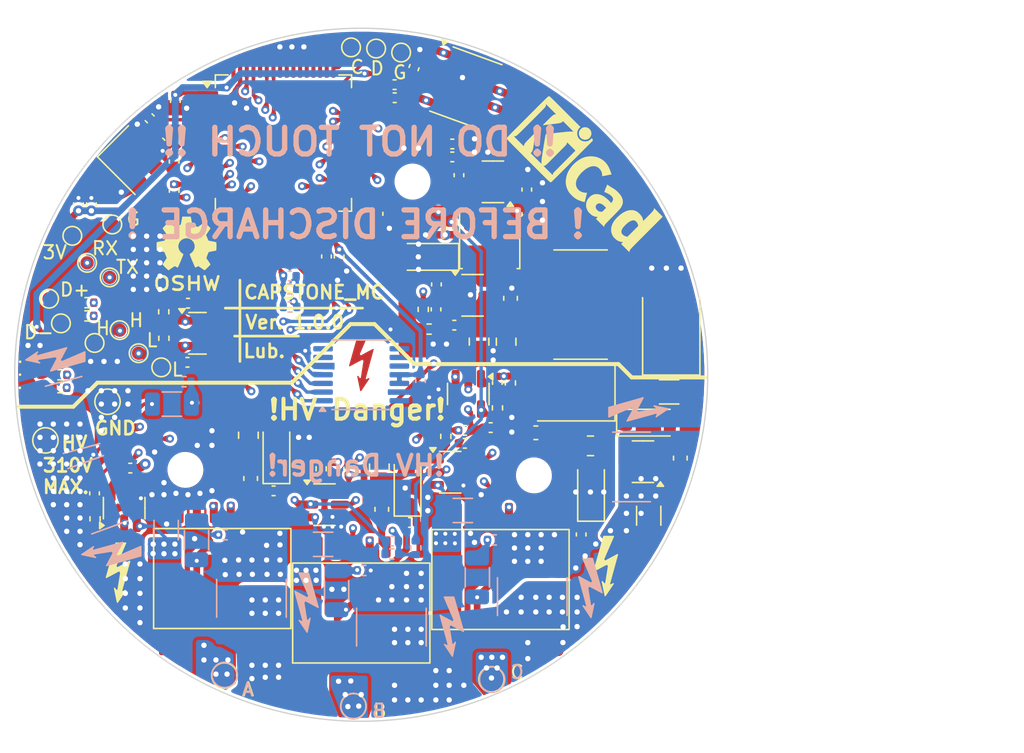
<source format=kicad_pcb>
(kicad_pcb (version 20241229) (generator "pcbnew") (generator_version "9.0")
  (title_block (title "CAPSTONE_MC") (date "2025-05-31") (rev "Ver. 1.0.0") (company "RLXTech.") (comment 1 "Lub."))
  (layers (0 "F.Cu" signal) (4 "In1.Cu" signal) (6 "In2.Cu" signal) (8 "In3.Cu" signal) (10 "In4.Cu" signal) (2 "B.Cu" signal) (13 "F.Paste" user) (15 "B.Paste" user) (5 "F.SilkS" user "F.Silkscreen") (7 "B.SilkS" user "B.Silkscreen") (1 "F.Mask" user) (3 "B.Mask" user) (25 "Edge.Cuts" user))
  (net 0 "")
  (net 1 "GND")
  (net 2 "+3V3")
  (net 3 "+3.3VA")
  (net 4 "GNDA")
  (net 5 "Net-(U1-VCAP_2)")
  (net 6 "Net-(U1-VCAP_1)")
  (net 7 "/OSC_IN")
  (net 8 "/OSC_OUT")
  (net 9 "/nRST")
  (net 10 "Net-(D2-A)")
  (net 11 "Net-(D1-K)")
  (net 12 "+15V")
  (net 13 "/HVBUS")
  (net 14 "+3V8")
  (net 15 "Net-(U11-BST)")
  (net 16 "Net-(D4-K)")
  (net 17 "Net-(U11-FB)")
  (net 18 "Net-(D8-K)")
  (net 19 "/HS2")
  (net 20 "Net-(D9-K)")
  (net 21 "/HS3")
  (net 22 "Net-(D10-K)")
  (net 23 "/HS1")
  (net 24 "/CURRENT_3")
  (net 25 "/CURRENT_2")
  (net 26 "/CURRENT_1")
  (net 27 "/ADC_TEMP")
  (net 28 "/TEMP_MOTOR")
  (net 29 "/CANH")
  (net 30 "/CANL")
  (net 31 "Net-(U13-+)")
  (net 32 "Net-(D2-K)")
  (net 33 "Net-(D5-A)")
  (net 34 "Net-(D6-A)")
  (net 35 "Net-(D7-A)")
  (net 36 "Net-(D8-A)")
  (net 37 "Net-(D9-A)")
  (net 38 "Net-(D10-A)")
  (net 39 "/SWDIO")
  (net 40 "/SWCLK")
  (net 41 "/U1_RX_FAULT")
  (net 42 "/U1_TX_SERVO")
  (net 43 "Net-(U10-CS)")
  (net 44 "/LED_RED")
  (net 45 "/LED_GREEN")
  (net 46 "Net-(U4-VS)")
  (net 47 "Net-(U3-VS)")
  (net 48 "Net-(U2-VS)")
  (net 49 "/C_C")
  (net 50 "/C_B")
  (net 51 "/C_A")
  (net 52 "Net-(R20-Pad2)")
  (net 53 "/AN_IN")
  (net 54 "/VOLTAGE_1")
  (net 55 "/VOLTAGE_2")
  (net 56 "/VOLTAGE_3")
  (net 57 "/USB_DM")
  (net 58 "/USB_DP")
  (net 59 "/BTN")
  (net 61 "/HALL_2")
  (net 62 "/SPI3_MISO")
  (net 63 "/L1")
  (net 64 "/TX_SCL_MOSI")
  (net 65 "/H1")
  (net 67 "/L3")
  (net 68 "/L2")
  (net 72 "/H3")
  (net 73 "/MISO_ADC_EXT2")
  (net 75 "/SPI3_SCK")
  (net 76 "/H2")
  (net 77 "/SCK_ADC_EXT")
  (net 80 "/ADC_15")
  (net 82 "/CAN_RX")
  (net 83 "/HALL_1")
  (net 85 "/CAN_TX")
  (net 87 "/RX_SDA_NSS")
  (net 88 "/HALL_3")
  (net 89 "/SPI3_CS")
  (net 90 "/SPI3_MOSI")
  (net 97 "/Vref")
  (net 107 "Net-(R32-Pad1)")
  (net 108 "Net-(R33-Pad1)")
  (footprint "LED_SMD:LED_0402_1005Metric" (layer "F.Cu") (at 76.48 59.985)
    (property "Reference" "D6" (hide yes))
    (property "Value" "RED")
  )
  (footprint "Capacitor_SMD:C_0402_1005Metric" (layer "F.Cu") (at 117.505 70.985 -90)
    (property "Reference" "C24" (hide yes))
    (property "Value" "220nF")
  )
  (footprint "Capacitor_SMD:C_0603_1608Metric" (layer "F.Cu") (at 124.945 65.255 -90)
    (property "Reference" "C14" (hide yes))
    (property "Value" "2.2uF 50V")
  )
  (footprint "Inductor_SMD:L_Abracon_ASPI-0425" (layer "F.Cu") (at 110.64 48.775 90)
    (property "Reference" "L3" (hide yes))
    (property "Value" "10uH >1.2A <200mR")
  )
  (footprint "TestPoint:TestPoint_Pad_D1.0mm" (layer "F.Cu") (at 85.995 58.445 -90)
    (property "Reference" "TP14" (hide yes))
    (property "Value" "TestPoint")
  )
  (footprint "LED_SMD:LED_0402_1005Metric" (layer "F.Cu") (at 76.49 58.995)
    (property "Reference" "D7" (hide yes))
    (property "Value" "GREEN")
  )
  (footprint "Capacitor_SMD:C_0402_1005Metric" (layer "F.Cu") (at 86.445 41.075 -45)
    (property "Reference" "C11" (hide yes))
    (property "Value" "10pF")
  )
  (footprint "Package_TO_SOT_SMD:SOT-23-5" (layer "F.Cu") (at 109.035 60.44 -90)
    (property "Reference" "U13" (hide yes))
    (property "Value" "LMV321")
  )
  (footprint "RLX_Library:LasSOP-10" (layer "F.Cu") (at 111.45 74.365 90)
    (property "Reference" "U4" (hide yes))
    (property "Value" "LAS1M0750")
  )
  (footprint "TestPoint:TestPoint_Pad_D1.5mm" (layer "F.Cu") (at 100.415 83.865 90)
    (property "Reference" "TP4" (hide yes))
    (property "Value" "TestPoint")
  )
  (footprint "Capacitor_SMD:C_0402_1005Metric" (layer "F.Cu") (at 111.215 59.605 90)
    (property "Reference" "C46" (hide yes))
    (property "Value" "1uF")
  )
  (footprint "TestPoint:TestPoint_Pad_D1.5mm" (layer "F.Cu") (at 110.775 81.855 90)
    (property "Reference" "TP5" (hide yes))
    (property "Value" "TestPoint")
  )
  (footprint "Capacitor_SMD:C_0402_1005Metric" (layer "F.Cu") (at 106.615 54.095 -90)
    (property "Reference" "C22" (hide yes))
    (property "Value" "47pF DNP")
  )
  (footprint "Resistor_SMD:R_0402_1005Metric" (layer "F.Cu") (at 107.35 63.625 -90)
    (property "Reference" "R13" (hide yes))
    (property "Value" "100R")
  )
  (footprint "Capacitor_SMD:C_0603_1608Metric" (layer "F.Cu") (at 102.545 69.1 90)
    (property "Reference" "C27" (hide yes))
    (property "Value" "1uF")
  )
  (footprint "Capacitor_SMD:C_0402_1005Metric" (layer "F.Cu") (at 99.345 50.125 -90)
    (property "Reference" "C2" (hide yes))
    (property "Value" "2.2uF")
  )
  (footprint "Capacitor_SMD:C_0402_1005Metric" (layer "F.Cu") (at 98.395 50.125 -90)
    (property "Reference" "C9" (hide yes))
    (property "Value" "2.2uF")
  )
  (footprint "Inductor_SMD:L_Bourns_SRN8040TA" (layer "F.Cu") (at 117.465 53.735 180)
    (property "Reference" "L2" (hide yes))
    (property "Value" "1mH >600mA")
  )
  (footprint "Capacitor_SMD:C_0402_1005Metric" (layer "F.Cu") (at 88.005 53.635)
    (property "Reference" "C43" (hide yes))
    (property "Value" "33pF")
  )
  (footprint "Package_TO_SOT_SMD:SOT-23" (layer "F.Cu") (at 88.715 55.89)
    (property "Reference" "D11" (hide yes))
    (property "Value" "PESD1CAN")
  )
  (footprint "Capacitor_SMD:C_0402_1005Metric" (layer "F.Cu") (at 85.13 39.76 135)
    (property "Reference" "C10" (hide yes))
    (property "Value" "10pF")
  )
  (footprint "Capacitor_SMD:C_0402_1005Metric" (layer "F.Cu") (at 103.505 37.235)
    (property "Reference" "C1" (hide yes))
    (property "Value" "2.2uF")
  )
  (footprint "TestPoint:TestPoint_Pad_D1.0mm" (layer "F.Cu") (at 82.325 47.725)
    (property "Reference" "TP20" (hide yes))
    (property "Value" "TestPoint")
  )
  (footprint "TestPoint:TestPoint_Pad_D1.0mm" (layer "F.Cu") (at 103.995 34.825)
    (property "Reference" "TP12" (hide yes))
    (property "Value" "TestPoint")
  )
  (footprint "Resistor_SMD:R_0805_2012Metric" (layer "F.Cu") (at 118.205 64.335 180)
    (property "Reference" "R8" (hide yes))
    (property "Value" "0R")
  )
  (footprint "Symbol:Symbol_HighVoltage_NoTriangle_2x5mm_Copper" (layer "F.Cu") (at 101.26 58.11)
    (property "Reference" "SYM3" (hide yes))
    (property "Value" "SYM_Flash_Large" (hide yes))
  )
  (footprint "Capacitor_SMD:C_0402_1005Metric" (layer "F.Cu") (at 99.01 66.04825 -90)
    (property "Reference" "C36" (hide yes))
    (property "Value" "4.7nF")
  )
  (footprint "Capacitor_SMD:C_0402_1005Metric" (layer "F.Cu") (at 102.265 46.925 -90)
    (property "Reference" "C3" (hide yes))
    (property "Value" "2.2uF")
  )
  (footprint "Capacitor_SMD:C_0402_1005Metric" (layer "F.Cu") (at 113.425 46.945 -90)
    (property "Reference" "C29" (hide yes))
    (property "Value" "10uF")
  )
  (footprint "Resistor_SMD:R_0805_2012Metric" (layer "F.Cu") (at 92.535 63.54 90)
    (property "Reference" "R9" (hide yes))
    (property "Value" "0R")
  )
  (footprint "NetTie:NetTie-2_SMD_Pad0.5mm" (layer "F.Cu") (at 106.33 48.505)
    (property "Reference" "NT1" (hide yes))
    (property "Value" "NetTie_2" (hide yes))
  )
  (footprint "Capacitor_SMD:C_0402_1005Metric" (layer "F.Cu") (at 80.755 46.215 90)
    (property "Reference" "C55" (hide yes))
    (property "Value" "2.2uF")
  )
  (footprint "Capacitor_SMD:C_1206_3216Metric" (layer "F.Cu") (at 122.575 69.575 -90)
    (property "Reference" "C17" (hide yes))
    (property "Value" "100nF 450V")
  )
  (footprint "Resistor_SMD:R_0402_1005Metric" (layer "F.Cu") (at 86.195 56.265 -90)
    (property "Reference" "R21" (hide yes))
    (property "Value" "0R")
  )
  (footprint "TestPoint:TestPoint_Pad_D1.0mm" (layer "F.Cu") (at 82.125 51.695)
    (property "Reference" "TP9" (hide yes))
    (property "Value" "TestPoint")
  )
  (footprint "TestPoint:TestPoint_Pad_D1.0mm" (layer "F.Cu") (at 82.875 55.655 -90)
    (property "Reference" "TP13" (hide yes))
    (property "Value" "TestPoint")
  )
  (footprint "Capacitor_SMD:C_0402_1005Metric" (layer "F.Cu") (at 107.985 55.28 180)
    (property "Reference" "C15" (hide yes))
    (property "Value" "100nF")
  )
  (footprint "Resistor_SMD:R_0402_1005Metric" (layer "F.Cu") (at 112.195 59.615 90)
    (property "Reference" "R31" (hide yes))
    (property "Value" "3K3")
  )
  (footprint "Diode_SMD:D_SOD-123F" (layer "F.Cu") (at 106.11 50.155 180)
    (property "Reference" "D4" (hide yes))
    (property "Value" "SS24L")
  )
  (footprint "Resistor_SMD:R_1206_3216Metric" (layer "F.Cu") (at 124.105 60.285)
    (property "Reference" "R1" (hide yes))
    (property "Value" "1R")
  )
  (footprint "MountingHole:MountingHole_2.2mm_M2" (layer "F.Cu") (at 87.81 66.14)
    (property "Reference" "H2" (hide yes))
    (property "Value" "MountingHole")
  )
  (footprint "Resistor_SMD:R_0402_1005Metric" (layer "F.Cu") (at 78.385 58.025 180)
    (property "Reference" "R4" (hide yes))
    (property "Value" "1K")
  )
  (footprint "Capacitor_SMD:C_0805_2012Metric" (layer "F.Cu") (at 111.875 56.52 -90)
    (property "Reference" "C16" (hide yes))
    (property "Value" "22uF")
  )
  (footprint "Capacitor_SMD:C_0402_1005Metric" (layer "F.Cu") (at 80.99 67.9 90)
    (property "Reference" "C37" (hide yes))
    (property "Value" "4.7nF")
  )
  (footprint "TestPoint:TestPoint_Pad_D1.5mm" (layer "F.Cu") (at 90.735 81.565 90)
    (property "Reference" "TP3" (hide yes))
    (property "Value" "TestPoint")
  )
  (footprint "RLX_Library:LasSOP-10" (layer "F.Cu") (at 90.575 74.29 90)
    (property "Reference" "U2" (hide yes))
    (property "Value" "LAS1M0750")
  )
  (footprint "Package_TO_SOT_SMD:SOT-23-6" (layer "F.Cu") (at 109.355 53.04)
    (property "Reference" "U11" (hide yes))
    (property "Value" "LGS5145")
  )
  (footprint "Capacitor_SMD:C_0402_1005Metric" (layer "F.Cu") (at 87.965 58.065 180)
    (property "Reference" "C44" (hide yes))
    (property "Value" "33pF")
  )
  (footprint "Capacitor_SMD:C_0402_1005Metric" (layer "F.Cu") (at 113.425 45.105 90)
    (property "Reference" "C19" (hide yes))
    (property "Value" "10uF")
  )
  (footprint "Package_TO_SOT_SMD:SOT-23-6" (layer "F.Cu") (at 107.68 66.315)
    (property "Reference" "U5" (hide yes))
    (property "Value" "INA181A1")
  )
  (footprint "Resistor_SMD:R_0402_1005Metric" (layer "F.Cu") (at 78.395 59.975 180)
    (property "Reference" "R5" (hide yes))
    (property "Value" "1K")
  )
  (footprint "MountingHole:MountingHole_2.2mm_M2" (layer "F.Cu") (at 104.85 44.51)
    (property "Reference" "H1" (hide yes))
    (property "Value" "MountingHole")
  )
  (footprint "Diode_SMD:D_SOD-123F" (layer "F.Cu") (at 94.64 64.955 90)
    (property "Reference" "D10" (hide yes))
    (property "Value" "SS24L")
  )
  (footprint "Capacitor_SMD:C_0603_1608Metric" (layer "F.Cu") (at 112.205 53.265 90)
    (property "Reference" "C18" (hide yes))
    (property "Value" "10uF")
  )
  (footprint "Diode_SMD:D_SMB" (layer "F.Cu") (at 124.265 55.365 90)
    (property "Reference" "D1" (hide yes))
    (property "Value" "SURS8360BT3G")
  )
  (footprint "Package_SO:SOIC-8_3.9x4.9mm_P1.27mm" (layer "F.Cu") (at 108.855 37.475 -20)
    (property "Reference" "U9" (hide yes))
    (property "Value" "SN65HVD232")
  )
  (footprint "Capacitor_SMD:C_0402_1005Metric" (layer "F.Cu") (at 107.775 48.015 90)
    (property "Reference" "C6" (hide yes))
    (property "Value" "1uF")
  )
  (footprint "Resistor_SMD:R_0402_1005Metric" (layer "F.Cu") (at 111.225 61.485 90)
    (property "Reference" "R30" (hide yes))
    (property "Value" "3K3")
  )
  (footprint "Resistor_SMD:R_0402_1005Metric" (layer "F.Cu") (at 105.655 54.1 -90)
    (property "Reference" "R2" (hide yes))
    (property "Value" "13K")
  )
  (footprint "Capacitor_SMD:C_0402_1005Metric" (layer "F.Cu") (at 106.825 48.025 -90)
    (property "Reference" "C7" (hide yes))
    (property "Value" "2.2uF")
  )
  (footprint "RLX_Library:Symbol_HighVoltage_NoTriangle_2x5mm_Silkscreen" (layer "F.Cu") (at 83 74)
    (property "Reference" "REF**" (hide yes))
    (property "Value" "Symbol_HighVoltage_NoTriangle_2x5mm_Silkscreen" (hide yes))
  )
  (footprint "Capacitor_SMD:C_0402_1005Metric" (layer "F.Cu") (at 86.965 45.195 -90)
    (property "Reference" "C5" (hide yes))
    (property "Value" "2.2uF")
  )
  (footprint "Package_QFP:LQFP-64_10x10mm_P0.5mm" (layer "F.Cu") (at 95.165 41.615)
    (property "Reference" "U1" (hide yes))
    (property "Value" "STM32F405RGTx")
  )
  (footprint "TestPoint:TestPoint_Pad_D1.0mm" (layer "F.Cu") (at 84.295 57.385)
    (property "Reference" "TP16" (hide yes))
    (property "Value" "TestPoint")
  )
  (footprint "Capacitor_SMD:C_0402_1005Metric" (layer "F.Cu") (at 94.425 67.71 180)
    (property "Reference" "C25" (hide yes))
    (property "Value" "220nF")
  )
  (footprint "RLX_Library:LasSOP-10" (layer "F.Cu") (at 101.005 76.88 90)
    (property "Reference" "U3" (hide yes))
    (property "Value" "LAS1M0750")
  )
  (footprint "Capacitor_SMD:C_0402_1005Metric" (layer "F.Cu") (at 107.835 41.685)
    (property "Reference" "C13" (hide yes))
    (property "Value" "100nF")
  )
  (footprint "Package_TO_SOT_SMD:SOT-23-6" (layer "F.Cu") (at 98.245 68.74825)
    (property "Reference" "U6" (hide yes))
    (property "Value" "INA181A1")
  )
  (footprint "TestPoint:TestPoint_Pad_D1.0mm" (layer "F.Cu") (at 100.24 34.435 -90)
    (property "Reference" "TP11" (hide yes))
    (property "Value" "TestPoint")
  )
  (footprint "Resistor_SMD:R_0402_1005Metric" (layer "F.Cu") (at 78.395 59.005 180)
    (property "Reference" "R6" (hide yes))
    (property "Value" "1K")
  )
  (footprint "Resistor_SMD:R_0402_1005Metric" (layer "F.Cu") (at 80.42 54.585)
    (property "Reference" "R32" (hide yes))
    (property "Value" "22R")
  )
  (footprint "Symbol:KiCad-Logo_5mm_SilkScreen" (layer "F.Cu") (at 117.681708 44.332424 -45)
    (property "Reference" "SYM5" (hide yes))
    (property "Value" "Logo_Open_Hardware_Small" (hide yes))
  )
  (footprint "Package_TO_SOT_SMD:SOT-23-5" (layer "F.Cu") (at 110.885 44.525 180)
    (property "Reference" "U12" (hide yes))
    (property "Value" "XC6220B331MR")
  )
  (footprint "TestPoint:TestPoint_Pad_D1.5mm" (layer "F.Cu") (at 81.965 61.025 90)
    (property "Reference" "TP2" (hide yes))
    (property "Value" "TestPoint")
  )
  (footprint "Capacitor_SMD:C_0402_1005Metric" (layer "F.Cu") (at 110.715 62.965 180)
    (property "Reference" "C47" (hide yes))
    (property "Value" "1uF")
  )
  (footprint "TestPoint:TestPoint_Pad_D1.0mm" (layer "F.Cu") (at 78.471019 55.14375)
    (property "Reference" "TP6" (hide yes))
    (property "Value" "TestPoint")
  )
  (footprint "Capacitor_SMD:C_0603_1608Metric" (layer "F.Cu") (at 92.705 66.785 90)
    (property "Reference" "C26" (hide yes))
    (property "Value" "1uF")
  )
  (footprint "Resistor_SMD:R_0402_1005Metric" (layer "F.Cu") (at 86.185 54.275 -90)
    (property "Reference" "R20" (hide yes))
    (property "Value" "120R")
  )
  (footprint "Diode_SMD:D_SOD-123F" (layer "F.Cu") (at 104.47825 67.395 90)
    (property "Reference" "D8" (hide yes))
    (property "Value" "SS24L")
  )
  (footprint "Resistor_SMD:R_0402_1005Metric" (layer "F.Cu") (at 106.095 55.575)
    (property "Reference" "R3" (hide yes))
    (property "Value" "3K4")
  )
  (footprint "Capacitor_SMD:C_0402_1005Metric" (layer "F.Cu") (at 86.965 43.005 -90)
    (property "Reference" "C12" (hide yes))
    (property "Value" "100nF")
  )
  (footprint "MountingHole:MountingHole_2.2mm_M2" (layer "F.Cu") (at 113.96 66.55)
    (property "Reference" "H3" (hide yes))
    (property "Value" "MountingHole")
  )
  (footprint "TestPoint:TestPoint_Pad_D1.0mm" (layer "F.Cu") (at 79.325 48.575)
    (property "Reference" "TP21" (hide yes))
    (property "Value" "TestPoint")
  )
  (footprint "Diode_SMD:D_SOD-123F" (layer "F.Cu") (at 118.245 67.78 90)
    (property "Reference" "D9" (hide yes))
    (property "Value" "SS24L")
  )
  (footprint "Resistor_SMD:R_0402_1005Metric" (layer "F.Cu") (at 80.425 53.595)
    (property "Reference" "R33" (hide yes))
    (property "Value" "22R")
  )
  (footprint "Capacitor_SMD:C_0603_1608Metric" (layer "F.Cu") (at 114.105 63.355 180)
    (property "Reference" "C28" (hide yes))
    (property "Value" "1uF")
  )
  (footprint "TestPoint:TestPoint_Pad_D1.0mm" (layer "F.Cu") (at 102.12 34.525 -90)
    (property "Reference" "TP10" (hide yes))
    (property "Value" "TestPoint")
  )
  (footprint "Package_TO_SOT_SMD:SOT-23-3" (layer "F.Cu") (at 122.145 65.525 180)
    (property "Reference" "U10" (hide yes))
    (property "Value" "EG1120")
  )
  (footprint "LED_SMD:LED_0402_1005Metric" (layer "F.Cu") (at 76.5 58.025)
    (property "Reference" "D5" (hide yes))
    (property "Value" "BLUE")
  )
  (footprint "Resistor_SMD:R_0402_1005Metric" (layer "F.Cu") (at 81.03 69.81 -90)
    (property "Reference" "R15" (hide yes))
    (property "Value" "100R")
  )
  (footprint "Capacitor_SMD:C_0402_1005Metric" (layer "F.Cu") (at 108.78 63.175)
    (property "Reference" "C35" (hide yes))
    (property "Value" "4.7nF")
  )
  (footprint "Resistor_SMD:R_0805_2012Metric" (layer "F.Cu") (at 102.36175 65.93 90)
    (property "Reference" "R7" (hide yes))
    (property "Value" "0R")
  )
  (footprint "Capacitor_SMD:C_0402_1005Metric" (layer "F.Cu") (at 104.66675 70.085 180)
    (property "Reference" "C23" (hide yes))
    (property "Value" "220nF")
  )
  (footprint "Diode_SMD:D_SOD-123" (layer "F.Cu") (at 122.525 62.595)
    (property "Reference" "D2" (hide yes))
    (property "Value" "10V BZT52C10")
  )
  (footprint "Diode_SMD:D_SMB" (layer "F.Cu") (at 116.385 60.315 180)
    (property "Reference" "D3" (hide yes))
    (property "Value" "SURS8360BT3G")
  )
  (footprint "Inductor_SMD:L_0402_1005Metric" (layer "F.Cu") (at 107.875 46.125 90)
    (property "Reference" "L1" (hide yes))
    (property "Value" "0R")
  )
  (footprint "Capacitor_SMD:C_0402_1005Metric" (layer "F.Cu") (at 103.515 38.215)
    (property "Reference" "C8" (hide yes))
    (property "Value" "2.2uF")
  )
  (footprint "TestPoint:TestPoint_Pad_D1.0mm" (layer "F.Cu") (at 80.995 56.615)
    (property "Reference" "TP15" (hide yes))
    (property "Value" "TestPoint")
  )
  (footprint "Crystal:Crystal_SMD_3225-4Pin_3.2x2.5mm" (layer "F.Cu") (at 83.785 42.895 -45)
    (property "Reference" "Y1" (hide yes))
    (property "Value" "Crystal_GND24")
  )
  (footprint "TestPoint:TestPoint_Pad_D1.0mm" (layer "F.Cu") (at 77.581019 53.29375)
    (property "Reference" "TP7" (hide yes))
    (property "Value" "TestPoint")
  )
  (footprint "Resistor_SMD:R_0402_1005Metric" (layer "F.Cu") (at 97.995 66.05325 -90)
    (property "Reference" "R14" (hide yes))
    (property "Value" "100R")
  )
  (footprint "Capacitor_SMD:C_0805_2012Metric" (layer "F.Cu") (at 109.845 56.515 -90)
    (property "Reference" "C34" (hide yes))
    (property "Value" "22uF")
  )
  (footprint "TestPoint:TestPoint_Pad_D1.0mm" (layer "F.Cu") (at 80.435 50.605)
    (property "Reference" "TP8" (hide yes))
    (property "Value" "TestPoint")
  )
  (footprint "TestPoint:TestPoint_Pad_D1.5mm" (layer "F.Cu") (at 77.305 63.925 90)
    (property "Reference" "TP1" (hide yes))
    (property "Value" "TestPoint")
  )
  (footprint "Capacitor_SMD:C_0402_1005Metric" (layer "F.Cu") (at 87.055 38.455 -90)
    (property "Reference" "C4" (hide yes))
    (property "Value" "2.2uF")
  )
  (footprint "Capacitor_SMD:C_0402_1005Metric" (layer "F.Cu") (at 83.675 66.005)
    (property "Reference" "C39" (hide yes))
    (property "Value" "2.2uF")
  )
  (footprint "Capacitor_SMD:C_0402_1005Metric" (layer "F.Cu") (at 107.835 42.655)
    (property "Reference" "C51" (hide yes))
    (property "Value" "10uF")
  )
  (footprint "Package_TO_SOT_SMD:SOT-23-6" (layer "F.Cu") (at 83.215 69.005 90)
    (property "Reference" "U7" (hide yes))
    (property "Value" "INA181A1")
  )
  (footprint "Capacitor_SMD:C_0402_1005Metric" (layer "F.Cu") (at 79.785 46.215 90)
    (property "Reference" "C54" (hide yes))
    (property "Value" "2.2uF")
  )
  (footprint "Capacitor_SMD:C_0402_1005Metric" (layer "F.Cu") (at 108.775 64.145 180)
    (property "Reference" "C21" (hide yes))
    (property "Value" "2.2uF")
  )
  (footprint "Capacitor_SMD:C_0402_1005Metric" (layer "F.Cu") (at 104.965 35.955 70)
    (property "Reference" "C42" (hide yes))
    (property "Value" "100nF")
  )
  (footprint "RLX_Library:OSHW-Logo_5.7x6mm_SilkScreen_noText" (layer "F.Cu") (at 87.887036 50.050693)
    (property "Reference" "SYM1" (hide yes))
    (property "Value" "Logo_Open_Hardware_Small" (hide yes))
  )
  (footprint "Capacitor_SMD:C_0402_1005Metric" (layer "F.Cu") (at 108.335 44.025 90)
    (property "Reference" "C33" (hide yes))
    (property "Value" "10uF")
  )
  (footprint "RLX_Library:Symbol_HighVoltage_NoTriangle_2x5mm_Silkscreen" (layer "F.Cu") (at 119.6 73.5)
    (property "Reference" "REF**" (hide yes))
    (property "Value" "Symbol_HighVoltage_NoTriangle_2x5mm_Silkscreen" (hide yes))
  )
  (footprint "Capacitor_SMD:C_0402_1005Metric" (layer "F.Cu") (at 100.065 66.04825 90)
    (property "Reference" "C38" (hide yes))
    (property "Value" "2.2uF")
  )
  (footprint "Capacitor_SMD:C_0402_1005Metric" (layer "F.Cu") (at 106.645 52.225 90)
    (property "Reference" "C20" (hide yes))
    (property "Value" "100nF")
  )
  (footprint "RLX_Library:Symbol_HighVoltage_NoTriangle_2x5mm_Silkscreen" (layer "B.Cu") (at 77.9 57.6 90)
    (property "Reference" "REF**" (hide yes))
    (property "Value" "Symbol_HighVoltage_NoTriangle_2x5mm_Silkscreen" (hide yes))
  )
  (footprint "Resistor_SMD:R_1206_3216Metric" (layer "B.Cu") (at 86.365 70.655 90)
    (property "Reference" "R12" (hide yes))
    (property "Value" "7mR")
  )
  (footprint "Resistor_SMD:R_1206_3216Metric" (layer "B.Cu") (at 88.645 71.415 -90)
    (property "Reference" "R24" (hide yes))
    (property "Value" "137K")
  )
  (footprint "RLX_Library:Symbol_HighVoltage_NoTriangle_2x5mm_Silkscreen" (layer "B.Cu") (at 107.552615 78.048703 180)
    (property "Reference" "REF**" (hide yes))
    (property "Value" "Symbol_HighVoltage_NoTriangle_2x5mm_Silkscreen" (hide yes))
  )
  (footprint "Capacitor_SMD:C_2220_5750Metric" (layer "B.Cu") (at 103.265 77.935 90)
    (property "Reference" "C30" (hide yes))
    (property "Value" "2.2uF 450V")
  )
  (footprint "Capacitor_SMD:C_2220_5750Metric" (layer "B.Cu") (at 121.285 65.915 180)
    (property "Reference" "C48" (hide yes))
    (property "Value" "2.2uF 450V")
  )
  (footprint "Resistor_SMD:R_0402_1005Metric" (layer "B.Cu") (at 101.205 73.68575)
    (property "Reference" "R27" (hide yes))
    (property "Value" "1K")
  )
  (footprint "Capacitor_SMD:C_2220_5750Metric" (layer "B.Cu") (at 113.835 75.645 90)
    (property "Reference" "C32" (hide yes))
    (property "Value" "2.2uF 450V")
  )
  (footprint "Capacitor_SMD:C_2220_5750Metric" (layer "B.Cu") (at 79.345 62.015 15)
    (property "Reference" "C49" (hide yes))
    (property "Value" "2.2uF 450V")
  )
  (footprint "Capacitor_SMD:C_0402_1005Metric" (layer "B.Cu") (at 103.315 71.485 180)
    (property "Reference" "C40" (hide yes))
    (property "Value" "2.2uF")
  )
  (footprint "Resistor_SMD:R_0402_1005Metric" (layer "B.Cu") (at 87.71 59.52 180)
    (property "Reference" "R23" (hide yes))
    (property "Value" "1K")
  )
  (footprint "Capacitor_SMD:C_0402_1005Metric" (layer "B.Cu") (at 95.64 51.595)
    (property "Reference" "C41" (hide yes))
    (property "Value" "2.2uF")
  )
  (footprint "RLX_Library:Symbol_HighVoltage_NoTriangle_2x5mm_Silkscreen" (layer "B.Cu") (at 121.948703 61.847385 -90)
    (property "Reference" "REF**" (hide yes))
    (property "Value" "Symbol_HighVoltage_NoTriangle_2x5mm_Silkscreen" (hide yes))
  )
  (footprint "RLX_Library:Symbol_HighVoltage_NoTriangle_2x5mm_Silkscreen" (layer "B.Cu") (at 96.652615 76.248703 180)
    (property "Reference" "REF**" (hide yes))
    (property "Value" "Symbol_HighVoltage_NoTriangle_2x5mm_Silkscreen" (hide yes))
  )
  (footprint "TestPoint:TestPoint_Pad_D1.5mm" (layer "B.Cu") (at 110.825 81.875)
    (property "Reference" "TP19" (hide yes))
    (property "Value" "TestPoint")
  )
  (footprint "Resistor_SMD:R_0402_1005Metric" (layer "B.Cu") (at 103.295 72.445 180)
    (property "Reference" "R16" (hide yes))
    (property "Value" "10K")
  )
  (footprint "Resistor_SMD:R_1206_3216Metric" (layer "B.Cu") (at 86.795 61.205 180)
    (property "Reference" "R22" (hide yes))
    (property "Value" "137K")
  )
  (footprint "Resistor_SMD:R_1206_3216Metric" (layer "B.Cu") (at 108.625 69.185)
    (property "Reference" "R10" (hide yes))
    (property "Value" "7mR")
  )
  (footprint "Resistor_SMD:R_1206_3216Metric" (layer "B.Cu") (at 98.145 71.725)
    (property "Reference" "R11" (hide yes))
    (property "Value" "7mR")
  )
  (footprint "Resistor_SMD:R_0402_1005Metric" (layer "B.Cu") (at 90.795 71.005)
    (property "Reference" "R25" (hide yes))
    (property "Value" "1K")
  )
  (footprint "Resistor_SMD:R_1206_3216Metric" (layer "B.Cu") (at 109.715 74.205 -90)
    (property "Reference" "R28" (hide yes))
    (property "Value" "137K")
  )
  (footprint "Capacitor_SMD:C_0402_1005Metric" (layer "B.Cu") (at 105.455 59.465 -90)
    (property "Reference" "C45" (hide yes))
    (property "Value" "100nF")
  )
  (footprint "Resistor_SMD:R_1206_3216Metric" (layer "B.Cu") (at 99.155 75.165 -90)
    (property "Reference" "R26" (hide yes))
    (property "Value" "137K")
  )
  (footprint "Resistor_SMD:R_0402_1005Metric" (layer "B.Cu") (at 95.645 52.555)
    (property "Reference" "R17" (hide yes))
    (property "Value" "10K")
  )
  (footprint "Resistor_SMD:R_0402_1005Metric" (layer "B.Cu") (at 95.665 53.915 180)
    (property "Reference" "TH2" (hide yes))
    (property "Value" "10K_NTC or CNT")
  )
  (footprint "RLX_Library:Symbol_HighVoltage_NoTriangle_2x5mm_Silkscreen" (layer "B.Cu") (at 82.1 72.2 90)
    (property "Reference" "REF**" (hide yes))
    (property "Value" "Symbol_HighVoltage_NoTriangle_2x5mm_Silkscreen" (hide yes))
  )
  (footprint "Capacitor_SMD:C_2220_5750Metric" (layer "B.Cu") (at 92.765 75.775 90)
    (property "Reference" "C31" (hide yes))
    (property "Value" "2.2uF 450V")
  )
  (footprint "RLX_Library:Symbol_HighVoltage_NoTriangle_2x5mm_Silkscreen" (layer "B.Cu") (at 117.952615 75.148703 180)
    (property "Reference" "REF**" (hide yes))
    (property "Value" "Symbol_HighVoltage_NoTriangle_2x5mm_Silkscreen" (hide yes))
  )
  (footprint "Resistor_SMD:R_0402_1005Metric" (layer "B.Cu") (at 105.095 71.985 -90)
    (property "Reference" "TH1" (hide yes))
    (property "Value" "10K_NTC")
  )
  (footprint "Capacitor_SMD:C_2220_5750Metric" (layer "B.Cu") (at 81.225 68.005 20)
    (property "Reference" "C50" (hide yes))
    (property "Value" "2.2uF 450V")
  )
  (footprint "TestPoint:TestPoint_Pad_D1.5mm" (layer "B.Cu") (at 100.425 83.875)
    (property "Reference" "TP18" (hide yes))
    (property "Value" "TestPoint")
  )
  (footprint "TestPoint:TestPoint_Pad_D1.5mm" (layer "B.Cu") (at 90.752999 81.525)
    (property "Reference" "TP17" (hide yes))
    (property "Value" "TestPoint")
  )
  (footprint "Package_SO:TSSOP-14_4.4x5mm_P0.65mm" (layer "B.Cu") (at 101 59)
    (property "Reference" "U8" (hide yes))
    (property "Value" "AS5047D")
  )
  (footprint "Resistor_SMD:R_0402_1005Metric" (layer "B.Cu") (at 110.985 71.395)
    (property "Reference" "R29" (hide yes))
    (property "Value" "1K")
  )
  (gr_line (start 105 58.2) (end 120.3 58.2) (stroke (width 0.3)) (layer "F.SilkS"))
  (gr_line (start 121.3 59.2) (end 126.8 59.2) (stroke (width 0.3)) (layer "F.SilkS"))
  (gr_line (start 91.9 51.9) (end 91.9 58) (stroke (width 0.2)) (layer "F.SilkS"))
  (gr_line (start 102 55.2) (end 105 58.2) (stroke (width 0.3)) (layer "F.SilkS"))
  (gr_line (start 120.3 58.2) (end 121.3 59.2) (stroke (width 0.3)) (layer "F.SilkS"))
  (gr_line (start 90.8 54) (end 101.1 54) (stroke (width 0.2)) (layer "F.SilkS"))
  (gr_line (start 100.2 55.2) (end 102 55.2) (stroke (width 0.3)) (layer "F.SilkS"))
  (gr_line (start 91.5 56.1) (end 96.3 56.1) (stroke (width 0.2)) (layer "F.SilkS"))
  (gr_line (start 95.8 59.6) (end 100.2 55.2) (stroke (width 0.3)) (layer "F.SilkS"))
  (gr_line (start 81.2 59.6) (end 95.8 59.6) (stroke (width 0.3)) (layer "F.SilkS"))
  (gr_line (start 75.3 61.4) (end 79.4 61.4) (stroke (width 0.3)) (layer "F.SilkS"))
  (gr_line (start 79.4 61.4) (end 81.2 59.6) (stroke (width 0.3)) (layer "F.SilkS"))
  (gr_circle (center 101 59) (end 127 59) (stroke (width 0.1)) (fill no) (layer "Edge.Cuts"))
  (gr_text "Lub." (at 92.05 57.8 0) (layer "F.SilkS") (effects (font (size 1 1) (thickness 0.2) (bold yes)) (justify left bottom)))
  (gr_text "G" (at 83.3 47.9 0) (layer "F.SilkS") (effects (font (size 1 1)) (justify left bottom)))
  (gr_text "GND" (at 80.9 63.6 0) (layer "F.SilkS") (effects (font (size 1 1) (thickness 0.2) (bold yes)) (justify left bottom)))
  (gr_text "D" (at 101.6 36.6 0) (layer "F.SilkS") (effects (font (size 1 1)) (justify left bottom)))
  (gr_text "D-" (at 75.6 56.4 0) (layer "F.SilkS") (effects (font (size 1 1)) (justify left bottom)))
  (gr_text "TX" (at 82.5 51.5 0) (layer "F.SilkS") (effects (font (size 1 1)) (justify left bottom)))
  (gr_text "D+" (at 78.3 53.2 0) (layer "F.SilkS") (effects (font (size 1 1)) (justify left bottom)))
  (gr_text "H" (at 83.5 55.5 0) (layer "F.SilkS") (effects (font (size 1 1)) (justify left bottom)))
  (gr_text "RX" (at 80.7 50.1 0) (layer "F.SilkS") (effects (font (size 1 1)) (justify left bottom)))
  (gr_text "L" (at 86.7 59.2 0) (layer "F.SilkS") (effects (font (size 1 1)) (justify left bottom)))
  (gr_text "G" (at 103.3 36.9 0) (layer "F.SilkS") (effects (font (size 1 1)) (justify left bottom)))
  (gr_text "B" (at 101.8 84.8 0) (layer "F.SilkS") (effects (font (size 1 1)) (justify left bottom)))
  (gr_text "C" (at 100.1 36.5 0) (layer "F.SilkS") (effects (font (size 1 1)) (justify left bottom)))
  (gr_text "L" (at 84.8 57 0) (layer "F.SilkS") (effects (font (size 1 1)) (justify left bottom)))
  (gr_text "3V" (at 77 50.4 0) (layer "F.SilkS") (effects (font (size 1 1)) (justify left bottom)))
  (gr_text "CAPSTONE_MC" (at 92.1 53.4 0) (layer "F.SilkS") (effects (font (size 1 1) (thickness 0.2) (bold yes)) (justify left bottom)))
  (gr_text "Ver. 1.0.0" (at 92.2 55.65 0) (layer "F.SilkS") (effects (font (size 1 1) (thickness 0.2) (bold yes)) (justify left bottom)))
  (gr_text "C" (at 112.1 81.9 0) (layer "F.SilkS") (effects (font (size 1 1)) (justify left bottom)))
  (gr_text "H" (at 81 56.1 0) (layer "F.SilkS") (effects (font (size 1 1)) (justify left bottom)))
  (gr_text "A" (at 92 83.2 0) (layer "F.SilkS") (effects (font (size 1 1)) (justify left bottom)))
  (gr_text "HV" (at 78.4 64.7 0) (layer "F.SilkS") (effects (font (size 1 1) (thickness 0.2) (bold yes)) (justify left bottom)))
  (gr_text "!HV Danger!" (at 93.9 62.5 0) (layer "F.SilkS") (effects (font (size 1.5 1.5) (thickness 0.3) (bold yes)) (justify left bottom)))
  (gr_text "310V\nMAX." (at 77 68 0) (layer "F.SilkS") (effects (font (size 1 1) (thickness 0.2) (bold yes)) (justify left bottom)))
  (gr_text "C" (at 113.3 81.9 0) (layer "B.SilkS") (effects (font (size 1 1)) (justify left bottom mirror)))
  (gr_text "B" (at 102.9 84.8 0) (layer "B.SilkS") (effects (font (size 1 1)) (justify left bottom mirror)))
  (gr_text "!HV Danger!" (at 107.4 66.7 0) (layer "B.SilkS") (effects (font (size 1.5 1.5) (thickness 0.3) (bold yes)) (justify left bottom mirror)))
  (gr_text "! BEFORE DISCHARGE !" (at 118 48.9 0) (layer "B.SilkS") (effects (font (size 2 2) (thickness 0.4) (bold yes)) (justify left bottom mirror)))
  (gr_text "!! DO NOT TOUCH !!" (at 115.9 42.7 0) (layer "B.SilkS") (effects (font (size 2 2) (thickness 0.4) (bold yes)) (justify left bottom mirror)))
  (gr_text "A" (at 93 83.2 0) (layer "B.SilkS") (effects (font (size 1 1)) (justify left bottom mirror)))
  (segment (start 99.907322 51.167322) (end 99.345 50.605) (width 0.5) (layer "F.Cu") (net 1))
  (segment (start 114.575 44.625) (end 114.6 44.6) (width 0.5) (layer "F.Cu") (net 1))
  (segment (start 108.315 41.685) (end 109.115 41.685) (width 0.5) (layer "F.Cu") (net 1))
  (segment (start 92.705 66.01) (end 93.18 66.01) (width 0.5) (layer "F.Cu") (net 1))
  (segment (start 104.2 42) (end 104.17 42) (width 0.5) (layer "F.Cu") (net 1))
  (segment (start 99.907322 51.217984) (end 99.907322 51.167322) (width 0.5) (layer "F.Cu") (net 1))
  (segment (start 105.3 42) (end 104.2 42) (width 0.5) (layer "F.Cu") (net 1))
  (segment (start 102.265 47.405) (end 102.505 47.405) (width 0.5) (layer "F.Cu") (net 1))
  (segment (start 108.315 41.685) (end 108.315 43.525) (width 0.5) (layer "F.Cu") (net 1))
  (segment (start 91.5 37.638775) (end 91.5 38.6) (width 0.254) (layer "F.Cu") (net 1))
  (segment (start 94.19 65) (end 95 65) (width 0.5) (layer "F.Cu") (net 1))
  (segment (start 103.076 67.794) (end 104.006 67.794) (width 0.5) (layer "F.Cu") (net 1))
  (segment (start 92.712 34.888) (end 92.9 34.7) (width 0.152) (layer "F.Cu") (net 1))
  (segment (start 108.315 42.655) (end 109.145 42.655) (width 0.5) (layer "F.Cu") (net 1))
  (segment (start 113.425 47.425) (end 114.575 47.425) (width 0.5) (layer "F.Cu") (net 1))
  (segment (start 113.5 44.55) (end 113.425 44.625) (width 0.5) (layer "F.Cu") (net 1))
  (segment (start 91.9 39) (end 91.5 38.6) (width 0.5) (layer "F.Cu") (net 1))
  (segment (start 79.785 45.735) (end 80.755 45.735) (width 0.5) (layer "F.Cu") (net 1))
  (segment (start 91.915 35.94) (end 91.915 37.223775) (width 0.254) (layer "F.Cu") (net 1))
  (segment (start 102.545 68.325) (end 103.076 67.794) (width 0.5) (layer "F.Cu") (net 1))
  (segment (start 103.985 41.815) (end 103.985 37.235) (width 0.5) (layer "F.Cu") (net 1))
  (segment (start 95 65) (end 96.3 63.7) (width 0.5) (layer "F.Cu") (net 1))
  (segment (start 92.192118 34.888) (end 92.712 34.888) (width 0.152) (layer "F.Cu") (net 1))
  (segment (start 92.9 34.7) (end 93.6 34.7) (width 0.152) (layer "F.Cu") (net 1))
  (segment (start 112.0225 44.525) (end 113.325 44.525) (width 0.5) (layer "F.Cu") (net 1))
  (segment (start 93.65 34.75) (end 94 34.4) (width 0.3) (layer "F.Cu") (net 1))
  (segment (start 93.18 66.01) (end 94.19 65) (width 0.5) (layer "F.Cu") (net 1))
  (segment (start 91.915 35.165118) (end 92.192118 34.888) (width 0.152) (layer "F.Cu") (net 1))
  (segment (start 93.415 35.94) (end 93.415 34.985) (width 0.3) (layer "F.Cu") (net 1))
  (segment (start 109.115 41.685) (end 109.5 41.3) (width 0.5) (layer "F.Cu") (net 1))
  (segment (start 108.315 43.525) (end 108.335 43.545) (width 0.5) (layer "F.Cu") (net 1))
  (segment (start 98.395 50.605) (end 98.395 51.082653) (width 0.5) (layer "F.Cu") (net 1))
  (segment (start 109.5 42.3) (end 110.5 42.3) (width 0.5) (layer "F.Cu") (net 1))
  (segment (start 92.4 39) (end 91.9 39) (width 0.5) (layer "F.Cu") (net 1))
  (segment (start 113.325 44.525) (end 113.425 44.625) (width 0.5) (layer "F.Cu") (net 1))
  (segment (start 91.915 37.223775) (end 91.5 37.638775) (width 0.254) (layer "F.Cu") (net 1))
  (segment (start 114.575 47.425) (end 114.6 47.4) (width 0.5) (layer "F.Cu") (net 1))
  (segment (start 113.425 44.625) (end 114.575 44.625) (width 0.5) (layer "F.Cu") (net 1))
  (segment (start 93.415 34.985) (end 93.65 34.75) (width 0.3) (layer "F.Cu") (net 1))
  (segment (start 104.17 42) (end 103.985 41.815) (width 0.5) (layer "F.Cu") (net 1))
  (segment (start 93.6 34.7) (end 93.65 34.75) (width 0.152) (layer "F.Cu") (net 1))
  (segment (start 113.5 43.6) (end 113.5 44.55) (width 0.5) (layer "F.Cu") (net 1))
  (segment (start 105.285 50.155) (end 104.71 50.155) (width 0.5) (layer "F.Cu") (net 1))
  (segment (start 94 34.4) (end 96.7 34.4) (width 0.3) (layer "F.Cu") (net 1))
  (segment (start 96.3 63.7) (end 97.1 63.7) (width 0.8) (layer "F.Cu") (net 1))
  (segment (start 102.505 47.405) (end 103.112653 48.012653) (width 0.5) (layer "F.Cu") (net 1))
  (segment (start 98.395 51.082653) (end 99.225 51.912653) (width 0.5) (layer "F.Cu") (net 1))
  (segment (start 86.784411 41.515589) (end 86.1 42.2) (width 0.25) (layer "F.Cu") (net 1))
  (segment (start 91.915 35.94) (end 91.915 35.165118) (width 0.152) (layer "F.Cu") (net 1))
  (segment (start 104.006 67.794) (end 104.3 67.5) (width 0.5) (layer "F.Cu") (net 1))
  (segment (start 109.145 42.655) (end 109.5 42.3) (width 0.5) (layer "F.Cu") (net 1))
  (segment (start 86.784411 41.414411) (end 86.784411 41.515589) (width 0.25) (layer "F.Cu") (net 1))
  (via (at 112.3 52.5) (size 0.8) (drill 0.4) (layers "F.Cu" "B.Cu") (net 1))
  (via (at 93.9 72.9) (size 0.8) (drill 0.4) (layers "F.Cu" "B.Cu") (net 1))
  (via (at 91.5 38.6) (size 0.8) (drill 0.4) (layers "F.Cu" "B.Cu") (net 1))
  (via (at 92.4 39) (size 0.8) (drill 0.4) (layers "F.Cu" "B.Cu") (net 1))
  (via (at 113.5 73) (size 0.8) (drill 0.4) (layers "F.Cu" "B.Cu") (net 1))
  (via (at 98.2 70.4) (size 0.6) (drill 0.3) (layers "F.Cu" "B.Cu") (net 1))
  (via (at 92.8 72.9) (size 0.8) (drill 0.4) (layers "F.Cu" "B.Cu") (net 1))
  (via (at 93.9 71.8) (size 0.8) (drill 0.4) (layers "F.Cu" "B.Cu") (net 1))
  (via (at 102.3 75.9) (size 0.8) (drill 0.4) (layers "F.Cu" "B.Cu") (net 1))
  (via (at 103.2 55.6) (size 0.6) (drill 0.3) (layers "F.Cu" "B.Cu") (net 1))
  (via (at 105.83 48.505) (size 0.8) (drill 0.4) (layers "F.Cu" "B.Cu") (net 1))
  (via (at 85.8 38.9) (size 0.8) (drill 0.4) (layers "F.Cu" "B.Cu") (net 1))
  (via (at 82.5 61.2) (size 0.8) (drill 0.4) (layers "F.Cu" "B.Cu") (net 1))
  (via (at 104.3 67.5) (size 0.8) (drill 0.4) (layers "F.Cu" "B.Cu") (net 1))
  (via (at 91.835 73.975) (size 0.8) (drill 0.4) (layers "F.Cu" "B.Cu") (net 1))
  (via (at 103.112653 48.012653) (size 0.8) (drill 0.4) (layers "F.Cu" "B.Cu") (net 1))
  (via (at 114.5 73) (size 0.8) (drill 0.4) (layers "F.Cu" "B.Cu") (net 1))
  (via (at 96.7 34.4) (size 0.8) (drill 0.4) (layers "F.Cu" "B.Cu") (net 1))
  (via (at 112.5 73) (size 0.8) (drill 0.4) (layers "F.Cu" "B.Cu") (net 1))
  (via (at 89.8 64.3) (size 0.8) (drill 0.4) (layers "F.Cu" "B.Cu") (net 1))
  (via (at 106.1 60.7) (size 0.6) (drill 0.3) (layers "F.Cu" "B.Cu") (net 1))
  (via (at 99.225 51.912653) (size 0.8) (drill 0.4) (layers "F.Cu" "B.Cu") (net 1))
  (via (at 117.8 72.6) (size 0.8) (drill 0.4) (layers "F.Cu" "B.Cu") (net 1))
  (via (at 85.9 51.6) (size 0.8) (drill 0.4) (layers "F.Cu" "B.Cu") (net 1))
  (via (at 103.3 75.9) (size 0.8) (drill 0.4) (layers "F.Cu" "B.Cu") (net 1))
  (via (at 81.5 63.2) (size 0.8) (drill 0.4) (layers "F.Cu" "B.Cu") (net 1))
  (via (at 114.6 47.4) (size 0.8) (drill 0.4) (layers "F.Cu" "B.Cu") (net 1))
  (via (at 107.4 56.7) (size 0.8) (drill 0.4) (layers "F.Cu" "B.Cu") (net 1))
  (via (at 109.5 71.58) (size 0.8) (drill 0.4) (layers "F.Cu" "B.Cu") (net 1))
  (via (at 114.5 71) (size 0.8) (drill 0.4) (layers "F.Cu" "B.Cu") (net 1))
  (via (at 98.845558 69.664442) (size 0.6) (drill 0.3) (layers "F.Cu" "B.Cu") (net 1))
  (via (at 99.7 75.1) (size 0.8) (drill 0.4) (layers "F.Cu" "B.Cu") (net 1))
  (via (at 93.935 73.975) (size 0.8) (drill 0.4) (layers "F.Cu" "B.Cu") (net 1))
  (via (at 96.3 63.7) (size 0.8) (drill 0.4) (layers "F.Cu" "B.Cu") (net 1))
  (via (at 88.9 67.9) (size 0.8) (drill 0.4) (layers "F.Cu" "B.Cu") (net 1))
  (via (at 80.7 58) (size 0.8) (drill 0.4) (layers "F.Cu" "B.Cu") (net 1))
  (via (at 84.9 48.6) (size 0.8) (drill 0.4) (layers "F.Cu" "B.Cu") (net 1))
  (via (at 87.1 67.9) (size 0.8) (drill 0.4) (layers "F.Cu" "B.Cu") (net 1))
  (via (at 84.47 68.27) (size 0.6) (drill 0.3) (layers "F.Cu" "B.Cu") (net 1))
  (via (at 86.1 42.2) (size 0.6) (drill 0.3) (layers "F.Cu" "B.Cu") (net 1))
  (via (at 103.3 74.9) (size 0.8) (drill 0.4) (layers "F.Cu" "B.Cu") (net 1))
  (via (at 112.5 71) (size 0.8) (drill 0.4) (layers "F.Cu" "B.Cu") (net 1))
  (via (at 89.8 63.2) (size 0.8) (drill 0.4) (layers "F.Cu" "B.Cu") (net 1))
  (via (at 83.9 52.6) (size 0.8) (drill 0.4) (layers "F.Cu" "B.Cu") (net 1))
  (via (at 112.3 63.3) (size 0.8) (drill 0.4) (layers "F.Cu" "B.Cu") (net 1))
  (via (at 109.5 41.3) (size 0.8) (drill 0.4) (layers "F.Cu" "B.Cu") (net 1))
  (via (at 104.2 42) (size 0.8) (drill 0.4) (layers "F.Cu" "B.Cu") (net 1))
  (via (at 106.4 56.7) (size 0.8) (drill 0.4) (layers "F.Cu" "B.Cu") (net 1))
  (via (at 110.9 57.9) (size 0.8) (drill 0.4) (layers "F.Cu" "B.Cu") (net 1))
  (via (at 112.5 72) (size 0.8) (drill 0.4) (layers "F.Cu" "B.Cu") (net 1))
  (via (at 80.5 60.2) (size 0.8) (drill 0.4) (layers "F.Cu" "B.Cu") (net 1))
  (via (at 105.5 75.9) (size 0.8) (drill 0.4) (layers "F.Cu" "B.Cu") (net 1))
  (via (at 125 51) (size 0.8) (drill 0.4) (layers "F.Cu" "B.Cu") (net 1))
  (via (at 115.5 71) (size 0.8) (drill 0.4) (layers "F.Cu" "B.Cu") (net 1))
  (via (at 90.8 74) (size 0.8) (drill 0.4) (layers "F.Cu" "B.Cu") (net 1))
  (via (at 92.835 73.975) (size 0.8) (drill 0.4) (layers "F.Cu" "B.Cu") (net 1))
  (via (at 114.5 72) (size 0.8) (drill 0.4) (layers "F.Cu" "B.Cu") (net 1))
  (via (at 110.5 42.3) (size 0.8) (drill 0.4) (layers "F.Cu" "B.Cu") (net 1))
  (via (at 83 45.3) (size 0.8) (drill 0.4) (layers "F.Cu" "B.Cu") (net 1))
  (via (at 117.1 73.5) (size 0.8) (drill 0.4) (layers "F.Cu" "B.Cu") (net 1))
  (via (at 81.5 60.2) (size 0.8) (drill 0.4) (layers "F.Cu" "B.Cu") (net 1))
  (via (at 85.9 52.6) (size 0.8) (drill 0.4) (layers "F.Cu" "B.Cu") (net 1))
  (via (at 83.5 61.2) (size 0.8) (drill 0.4) (layers "F.Cu" "B.Cu") (net 1))
  (via (at 97.1 63.7) (size 0.8) (drill 0.4) (layers "F.Cu" "B.Cu") (net 1))
  (via (at 86.4 70.2) (size 0.8) (drill 0.4) (layers "F.Cu" "B.Cu") (net 1))
  (via (at 105.285 50.155) (size 0.8) (drill 0.4) (layers "F.Cu" "B.Cu") (net 1))
  (via (at 114.6 46) (size 0.8) (drill 0.4) (layers "F.Cu" "B.Cu") (net 1))
  (via (at 98.845558 70.4) (size 0.6) (drill 0.3) (layers "F.Cu" "B.Cu") (net 1))
  (via (at 81.7 58) (size 0.8) (drill 0.4) (layers "F.Cu" "B.Cu") (net 1))
  (via (at 106.8 60.1) (size 0.6) (drill 0.3) (layers "F.Cu" "B.Cu") (net 1))
  (via (at 110 68) (size 0.8) (drill 0.4) (layers "F.Cu" "B.Cu") (net 1))
  (via (at 113.5 71) (size 0.8) (drill 0.4) (layers "F.Cu" "B.Cu") (net 1))
  (via (at 119.2 67.8) (size 0.8) (drill 0.4) (layers "F.Cu" "B.Cu") (net 1))
  (via (at 109.2 70.9) (size 0.8) (drill 0.4) (layers "F.Cu" "B.Cu") (net 1))
  (via (at 106 69.2) (size 0.8) (drill 0.4) (layers "F.Cu" "B.Cu") (net 1))
  (via (at 105.3 42) (size 0.8) (drill 0.4) (layers "F.Cu" "B.Cu") (net 1))
  (via (at 85.9 49.6) (size 0.8) (drill 0.4) (layers "F.Cu" "B.Cu") (net 1))
  (via (at 85.9 48.6) (size 0.8) (drill 0.4) (layers "F.Cu" "B.Cu") (net 1))
  (via (at 88 68) (size 0.8) (drill 0.4) (layers "F.Cu" "B.Cu") (net 1))
  (via (at 94.9 72.9) (size 0.8) (drill 0.4) (layers "F.Cu" "B.Cu") (net 1))
  (via (at 83.9 49.6) (size 0.8) (drill 0.4) (layers "F.Cu" "B.Cu") (net 1))
  (via (at 110.9 57.2) (size 0.8) (drill 0.4) (layers "F.Cu" "B.Cu") (net 1))
  (via (at 92.1 70.8) (size 0.8) (drill 0.4) (layers "F.Cu" "B.Cu") (net 1))
  (via (at 82.5 60.2) (size 0.8) (drill 0.4) (layers "F.Cu" "B.Cu") (net 1))
  (via (at 112.3 62.2) (size 0.8) (drill 0.4) (layers "F.Cu" "B.Cu") (net 1))
  (via (at 104.4 74.9) (size 0.8) (drill 0.4) (layers "F.Cu" "B.Cu") (net 1))
  (via (at 94.9 34.4) (size 0.8) (drill 0.4) (layers "F.Cu" "B.Cu") (net 1))
  (via (at 114.6 44.6) (size 0.8) (drill 0.4) (layers "F.Cu" "B.Cu") (net 1))
  (via (at 105.4 34.6) (size 0.8) (drill 0.4) (layers "F.Cu" "B.Cu") (net 1))
  (via (at 99.907322 51.217984) (size 0.8) (drill 0.4) (layers "F.Cu" "B.Cu") (net 1))
  (via (at 89.8 67.7) (size 0.8) (drill 0.4) (layers "F.Cu" "B.Cu") (net 1))
  (via (at 86.2 68) (size 0.8) (drill 0.4) (layers "F.Cu" "B.Cu") (net 1))
  (via (at 106 68.2) (size 0.8) (drill 0.4) (layers "F.Cu" "B.Cu") (net 1))
  (via (at 76.9 56.8) (size 0.8) (drill 0.4) (layers "F.Cu" "B.Cu") (net 1))
  (via (at 105.5 73.9) (size 0.8) (drill 0.4) (layers "F.Cu" "B.Cu") (net 1))
  (via (at 94.9 70.9) (size 0.8) (drill 0.4) (layers "F.Cu" "B.Cu") (net 1))
  (via (at 82.5 62.2) (size 0.8) (drill 0.4) (layers "F.Cu" "B.Cu") (net 1))
  (via (at 88.5 71.3) (size 0.8) (drill 0.4) (layers "F.Cu" "B.Cu") (net 1))
  (via (at 118.6 71.7) (size 0.8) (drill 0.4) (layers "F.Cu" "B.Cu") (net 1))
  (via (at 113.5 43.6) (size 0.8) (drill 0.4) (layers "F.Cu" "B.Cu") (net 1))
  (via (at 109.5 42.3) (size 0.8) (drill 0.4) (layers "F.Cu" "B.Cu") (net 1))
  (via (at 84.9 49.6) (size 0.8) (drill 0.4) (layers "F.Cu" "B.Cu") (net 1))
  (via (at 81.5 62.2) (size 0.8) (drill 0.4) (layers "F.Cu" "B.Cu") (net 1))
  (via (at 104.4 75.9) (size 0.8) (drill 0.4) (layers "F.Cu" "B.Cu") (net 1))
  (via (at 83.9 48.6) (size 0.8) (drill 0.4) (layers "F.Cu" "B.Cu") (net 1))
  (via (at 118.2 67.8) (size 0.8) (drill 0.4) (layers "F.Cu" "B.Cu") (net 1))
  (via (at 108.67 67.31) (size 0.6) (drill 0.3) (layers "F.Cu" "B.Cu") (net 1))
  (via (at 85.3 68) (size 0.8) (drill 0.4) (layers "F.Cu" "B.Cu") (net 1))
  (via (at 109.2 53) (size 0.8) (drill 0.4) (layers "F.Cu" "B.Cu") (net 1))
  (via (at 81.5 61.2) (size 0.8) (drill 0.4) (layers "F.Cu" "B.Cu") (net 1))
  (via (at 122.8 51) (size 0.8) (drill 0.4) (layers "F.Cu" "B.Cu") (net 1))
  (via (at 94.905 71.765) (size 0.8) (drill 0.4) (layers "F.Cu" "B.Cu") (net 1))
  (via (at 104.4 73.9) (size 0.8) (drill 0.4) (layers "F.Cu" "B.Cu") (net 1))
  (via (at 98.8 75.1) (size 0.8) (drill 0.4) (layers "F.Cu" "B.Cu") (net 1))
  (via (at 83.9 51.6) (size 0.8) (drill 0.4) (layers "F.Cu" "B.Cu") (net 1))
  (via (at 96.8 57.2) (size 0.6) (drill 0.3) (layers "F.Cu" "B.Cu") (net 1))
  (via (at 101.715 73.68575) (size 0.6) (drill 0.3) (layers "F.Cu" "B.Cu") (net 1))
  (via (at 90.765 72.925) (size 0.8) (drill 0.4) (layers "F.Cu" "B.Cu") (net 1))
  (via (at 105.3 51.1) (size 0.8) (drill 0.4) (layers "F.Cu" "B.Cu") (net 1))
  (via (at 83.5 60.2) (size 0.8) (drill 0.4) (layers "F.Cu" "B.Cu") (net 1))
  (via (at 123.9 51) (size 0.8) (drill 0.4) (layers "F.Cu" "B.Cu") (net 1))
  (via (at 84.9 51.6) (size 0.8) (drill 0.4) (layers "F.Cu" "B.Cu") (net 1))
  (via (at 76 56.8) (size 0.8) (drill 0.4) (layers "F.Cu" "B.Cu") (net 1))
  (via (at 94.935 73.975) (size 0.8) (drill 0.4) (layers "F.Cu" "B.Cu") (net 1))
  (via (at 88.7 64.3) (size 0.8) (drill 0.4) (layers "F.Cu" "B.Cu") (net 1))
  (via (at 85.9 50.6) (size 0.8) (drill 0.4) (layers "F.Cu" "B.Cu") (net 1))
  (via (at 105.3 49.2) (size 0.8) (drill 0.4) (layers "F.Cu" "B.Cu") (net 1))
  (via (at 85.5 64.8) (size 0.8) (drill 0.4) (layers "F.Cu" "B.Cu") (net 1))
  (via (at 95.8 34.4) (size 0.8) (drill 0.4) (layers "F.Cu" "B.Cu") (net 1))
  (via (at 99.5 70.4) (size 0.6) (drill 0.3) (layers "F.Cu" "B.Cu") (net 1))
  (via (at 82.7 58) (size 0.8) (drill 0.4) (layers "F.Cu" "B.Cu") (net 1))
  (via (at 108.6 36.7) (size 0.8) (drill 0.4) (layers "F.Cu" "B.Cu") (net 1))
  (via (at 87.9 39) (size 0.8) (drill 0.4) (layers "F.Cu" "B.Cu") (net 1))
  (via (at 117.1 67.8) (size 0.8) (drill 0.4) (layers "F.Cu" "B.Cu") (net 1))
  (via (at 80.755 45.735) (size 0.6) (drill 0.3) (layers "F.Cu" "B.Cu") (net 1))
  (via (at 84.9 50.6) (size 0.8) (drill 0.4) (layers "F.Cu" "B.Cu") (net 1))
  (via (at 105.5 74.9) (size 0.8) (drill 0.4) (layers "F.Cu" "B.Cu") (net 1))
  (via (at 91.8 72.9) (size 0.8) (drill 0.4) (layers "F.Cu" "B.Cu") (net 1))
  (via (at 79.785 45.735) (size 0.6) (drill 0.3) (layers "F.Cu" "B.Cu") (net 1))
  (via (at 84.2 40.2) (size 0.8) (drill 0.4) (layers "F.Cu" "B.Cu") (net 1))
  (via (at 83.9 50.6) (size 0.8) (drill 0.4) (layers "F.Cu" "B.Cu") (net 1))
  (via (at 84.9 52.6) (size 0.8) (drill 0.4) (layers "F.Cu" "B.Cu") (net 1))
  (via (at 86.2 67.1) (size 0.8) (drill 0.4) (layers "F.Cu" "B.Cu") (net 1))
  (via (at 113.5 72) (size 0.8) (drill 0.4) (layers "F.Cu" "B.Cu") (net 1))
  (segment (start 98.845558 70.4) (end 98.845558 69.664442) (width 0.25) (layer "B.Cu") (net 1))
  (segment (start 108.67 67.7675) (end 108.67 67.31) (width 0.25) (layer "B.Cu") (net 1))
  (segment (start 105.455 59.685) (end 105.393669 59.623669) (width 0.3) (layer "B.Cu") (net 1))
  (segment (start 110.0875 69.185) (end 108.67 67.7675) (width 0.25) (layer "B.Cu") (net 1))
  (segment (start 103.8625 60.3) (end 105.1 60.3) (width 0.3) (layer "B.Cu") (net 1))
  (segment (start 105.1 60.3) (end 105.455 59.945) (width 0.3) (layer "B.Cu") (net 1))
  (segment (start 110.0875 69.185) (end 110.0875 68.0875) (width 0.5) (layer "B.Cu") (net 1))
  (segment (start 98.845558 70.963058) (end 98.845558 70.4) (width 0.25) (layer "B.Cu") (net 1))
  (segment (start 99.6075 71.725) (end 98.845558 70.963058) (width 0.25) (layer "B.Cu") (net 1))
  (segment (start 110.0875 68.0875) (end 110 68) (width 0.5) (layer "B.Cu") (net 1))
  (segment (start 78.895 57.645) (end 76.65 55.4) (width 0.25) (layer "F.Cu") (net 2))
  (segment (start 99.345 49.645) (end 99.355 49.645) (width 0.3) (layer "F.Cu") (net 2))
  (segment (start 89.49 37.865) (end 87.110692 37.865) (width 0.3) (layer "F.Cu") (net 2))
  (segment (start 99.895 46.445) (end 102.4 46.445) (width 0.3) (layer "F.Cu") (net 2))
  (segment (start 99.15 45.7) (end 99.895 46.445) (width 0.3) (layer "F.Cu") (net 2))
  (segment (start 91.415 35.94) (end 91.415 36.935) (width 0.3) (layer "F.Cu") (net 2))
  (segment (start 79.325 48.575) (end 79.325 47.155) (width 0.5) (layer "F.Cu") (net 2))
  (segment (start 106.312079 37.225204) (end 105.619983 37.225204) (width 0.3) (layer "F.Cu") (net 2))
  (segment (start 92.95 45.7) (end 99.15 45.7) (width 0.3) (layer "F.Cu") (net 2))
  (segment (start 103.025 36.925001) (end 103.025 37.235) (width 0.3) (layer "F.Cu") (net 2))
  (segment (start 98.915 47.29) (end 98.915 45.935) (width 0.25) (layer "F.Cu") (net 2))
  (segment (start 107.355 41.685) (end 107.355 38.268125) (width 0.3) (layer "F.Cu") (net 2))
  (segment (start 99.345 49.435) (end 98.915 49.005) (width 0.3) (layer "F.Cu") (net 2))
  (segment (start 92.415 47.29) (end 92.415 46.235) (width 0.3) (layer "F.Cu") (net 2))
  (segment (start 106.26 45.64) (end 107.875 45.64) (width 0.3) (layer "F.Cu") (net 2))
  (segment (start 105.455 46.445) (end 106.26 45.64) (width 0.3) (layer "F.Cu") (net 2))
  (segment (start 102.585 37.235) (end 101.955 37.865) (width 0.3) (layer "F.Cu") (net 2))
  (segment (start 99.345 49.645) (end 99.345 49.435) (width 0.3) (layer "F.Cu") (net 2))
  (segment (start 103.543949 36.406052) (end 103.025 36.925001) (width 0.3) (layer "F.Cu") (net 2))
  (segment (start 105.619983 37.225204) (end 104.800831 36.406052) (width 0.3) (layer "F.Cu") (net 2))
  (segment (start 98.915 49.005) (end 98.915 47.29) (width 0.3) (layer "F.Cu") (net 2))
  (segment (start 102.265 46.445) (end 102.4 46.445) (width 0.3) (layer "F.Cu") (net 2))
  (segment (start 102.4 46.445) (end 105.455 46.445) (width 0.3) (layer "F.Cu") (net 2))
  (segment (start 98.915 45.935) (end 99.15 45.7) (width 0.25) (layer "F.Cu") (net 2))
  (segment (start 103.025 37.235) (end 102.585 37.235) (width 0.3) (layer "F.Cu") (net 2))
  (segment (start 104.800831 36.406052) (end 103.543949 36.406052) (width 0.3) (layer "F.Cu") (net 2))
  (segment (start 101.256052 36.406052) (end 101.25 36.4) (width 0.3) (layer "F.Cu") (net 2))
  (segment (start 79.325 47.155) (end 79.785 46.695) (width 0.5) (layer "F.Cu") (net 2))
  (segment (start 103.543949 36.406052) (end 101.256052 36.406052) (width 0.3) (layer "F.Cu") (net 2))
  (segment (start 101.955 37.865) (end 100.84 37.865) (width 0.3) (layer "F.Cu") (net 2))
  (segment (start 107.355 38.268125) (end 106.312079 37.225204) (width 0.3) (layer "F.Cu") (net 2))
  (segment (start 92.415 46.235) (end 92.95 45.7) (width 0.3) (layer "F.Cu") (net 2))
  (segment (start 80.755 46.695) (end 79.785 46.695) (width 0.5) (layer "F.Cu") (net 2))
  (segment (start 91.415 36.935) (end 90.9 37.45) (width 0.3) (layer "F.Cu") (net 2))
  (segment (start 78.895 58.025) (end 78.895 57.645) (width 0.25) (layer "F.Cu") (net 2))
  (via (at 79.785 46.695) (size 0.8) (drill 0.4) (layers "F.Cu" "B.Cu") (net 2))
  (via (at 87.05 38) (size 0.6) (drill 0.3) (layers "F.Cu" "B.Cu") (net 2))
  (via (at 90.9 37.45) (size 0.6) (drill 0.3) (layers "F.Cu" "B.Cu") (net 2))
  (via (at 101.25 36.4) (size 0.6) (drill 0.3) (layers "F.Cu" "B.Cu") (net 2))
  (via (at 80.755 46.695) (size 0.8) (drill 0.4) (layers "F.Cu" "B.Cu") (net 2))
  (via (at 99.35 49.6) (size 0.6) (drill 0.3) (layers "F.Cu" "B.Cu") (net 2))
  (via (at 76.65 55.4) (size 0.6) (drill 0.3) (layers "F.Cu" "B.Cu") (net 2))
  (segment (start 87.05 38) (end 87.05 42.55) (width 0.5) (layer "B.Cu") (net 2))
  (segment (start 105.455 58.985) (end 105.455 55.705) (width 0.3) (layer "B.Cu") (net 2))
  (segment (start 80.755 46.695) (end 79.785 46.695) (width 0.5) (layer "B.Cu") (net 2))
  (segment (start 90.9 37.45) (end 87.6 37.45) (width 0.5) (layer "B.Cu") (net 2))
  (segment (start 87.6 37.45) (end 87.05 38) (width 0.5) (layer "B.Cu") (net 2))
  (segment (start 103.8625 59.65) (end 103.8625 59) (width 0.3) (layer "B.Cu") (net 2))
  (segment (start 103.8625 59) (end 105.44 59) (width 0.3) (layer "B.Cu") (net 2))
  (segment (start 76.65 52.95) (end 76.65 55.4) (width 0.5) (layer "B.Cu") (net 2))
  (segment (start 101.25 36.4) (end 91.95 36.4) (width 0.5) (layer "B.Cu") (net 2))
  (segment (start 103.8975 59.685) (end 103.8625 59.65) (width 0.3) (layer "B.Cu") (net 2))
  (segment (start 91.95 36.4) (end 90.9 37.45) (width 0.5) (layer "B.Cu") (net 2))
  (segment (start 87.05 42.55) (end 83.35 46.25) (width 0.5) (layer "B.Cu") (net 2))
  (segment (start 105.455 55.705) (end 99.35 49.6) (width 0.3) (layer "B.Cu") (net 2))
  (segment (start 80.755 46.695) (end 82.905 46.695) (width 0.5) (layer "B.Cu") (net 2))
  (segment (start 82.905 46.695) (end 83.35 46.25) (width 0.5) (layer "B.Cu") (net 2))
  (segment (start 83.35 46.25) (end 76.65 52.95) (width 0.5) (layer "B.Cu") (net 2))
  (segment (start 105.44 59) (end 105.455 58.985) (width 0.3) (layer "B.Cu") (net 2))
  (segment (start 84.25 64.9) (end 84.25 64.95) (width 0.25) (layer "F.Cu") (net 3))
  (segment (start 111.195 63.274999) (end 110.324999 64.145) (width 0.3) (layer "F.Cu") (net 3))
  (segment (start 84.3 64.85) (end 84.25 64.9) (width 0.25) (layer "F.Cu") (net 3))
  (segment (start 87.735 44.715) (end 86.965 44.715) (width 0.25) (layer "F.Cu") (net 3))
  (segment (start 83.831 65.369) (end 83.818096 65.369) (width 0.25) (layer "F.Cu") (net 3))
  (segment (start 106.825 46.825) (end 106.8 46.8) (width 0.25) (layer "F.Cu") (net 3))
  (segment (start 100.065 66.52825) (end 100.065 67.11575) (width 0.25) (layer "F.Cu") (net 3))
  (segment (start 82.365 67.7675) (end 82.365 66.835) (width 0.25) (layer "F.Cu") (net 3))
  (segment (start 111.225 62.935) (end 111.195 62.965) (width 0.3) (layer "F.Cu") (net 3))
  (segment (start 110.345 61.995) (end 111.225 61.995) (width 0.3) (layer "F.Cu") (net 3))
  (segment (start 111.195 62.965) (end 111.195 63.274999) (width 0.3) (layer "F.Cu") (net 3))
  (segment (start 83.549 65.638096) (end 83.549 65.651) (width 0.25) (layer "F.Cu") (net 3))
  (segment (start 83.549 65.651) (end 83.195 66.005) (width 0.25) (layer "F.Cu") (net 3))
  (segment (start 106.825 47.545) (end 106.825 46.825) (width 0.25) (layer "F.Cu") (net 3))
  (segment (start 100.065 67.11575) (end 99.3825 67.79825) (width 0.25) (layer "F.Cu") (net 3))
  (segment (start 109.255 64.145) (end 109.255 64.9275) (width 0.3) (layer "F.Cu") (net 3))
  (segment (start 89.49 43.865) (end 88.585 43.865) (width 0.25) (layer "F.Cu") (net 3))
  (segment (start 109.255 64.9275) (end 108.8175 65.365) (width 0.3) (layer "F.Cu") (net 3))
  (segment (start 111.225 61.995) (end 111.225 62.935) (width 0.3) (layer "F.Cu") (net 3))
  (segment (start 82.265 67.8675) (end 82.365 67.7675) (width 0.25) (layer "F.Cu") (net 3))
  (segment (start 84.25 64.95) (end 83.831 65.369) (width 0.25) (layer "F.Cu") (net 3))
  (segment (start 110 61.65) (end 110.345 61.995) (width 0.3) (layer "F.Cu") (net 3))
  (segment (start 82.365 66.835) (end 83.195 66.005) (width 0.25) (layer "F.Cu") (net 3))
  (segment (start 83.818096 65.369) (end 83.549 65.638096) (width 0.25) (layer "F.Cu") (net 3))
  (segment (start 88.585 43.865) (end 87.735 44.715) (width 0.25) (layer "F.Cu") (net 3))
  (segment (start 110.324999 64.145) (end 109.255 64.145) (width 0.3) (layer "F.Cu") (net 3))
  (via (at 86.95 44.7) (size 0.6) (drill 0.3) (layers "F.Cu" "B.Cu") (net 3))
  (via (at 95.931147 53.5) (size 0.6) (drill 0.3) (layers "F.Cu" "B.Cu") (net 3))
  (via (at 106.8 46.8) (size 0.6) (drill 0.3) (layers "F.Cu" "B.Cu") (net 3))
  (via (at 100.1 66.5) (size 0.6) (drill 0.3) (layers "F.Cu" "B.Cu") (net 3))
  (via (at 84.3 64.85) (size 0.6) (drill 0.3) (layers "F.Cu" "B.Cu") (net 3))
  (via (at 107.775 47.535) (size 0.6) (drill 0.3) (layers "F.Cu" "B.Cu") (net 3))
  (via (at 110 61.65) (size 0.6) (drill 0.3) (layers "F.Cu" "B.Cu") (net 3))
  (segment (start 110 62.335298) (end 110 61.65) (width 0.25) (layer "B.Cu") (net 3))
  (segment (start 100.1 66.5) (end 105.835298 66.5) (width 0.25) (layer "B.Cu") (net 3))
  (segment (start 105.095 67.240298) (end 106.067649 66.267649) (width 0.25) (layer "B.Cu") (net 3))
  (segment (start 110 49.76) (end 110 59.2) (width 0.25) (layer "B.Cu") (net 3))
  (segment (start 106.067649 66.267649) (end 110 62.335298) (width 0.25) (layer "B.Cu") (net 3))
  (segment (start 105.095 71.475) (end 105.095 67.240298) (width 0.25) (layer "B.Cu") (net 3))
  (segment (start 105.835298 66.5) (end 106.067649 66.267649) (width 0.25) (layer "B.Cu") (net 3))
  (segment (start 107.775 47.535) (end 110 49.76) (width 0.25) (layer "B.Cu") (net 3))
  (segment (start 110 59.2) (end 110 61.65) (width 0.25) (layer "B.Cu") (net 3))
  (segment (start 96.175 53.743853) (end 95.931147 53.5) (width 0.25) (layer "B.Cu") (net 3))
  (segment (start 96.175 53.915) (end 96.175 53.743853) (width 0.25) (layer "B.Cu") (net 3))
  (segment (start 96.34825 68.74825) (end 96 68.4) (width 0.5) (layer "F.Cu") (net 4))
  (segment (start 89.49 43.365) (end 90.885 43.365) (width 0.25) (layer "F.Cu") (net 4))
  (segment (start 111.68 59.125) (end 111.7 59.105) (width 0.254) (layer "F.Cu") (net 4))
  (segment (start 84.062075 62.9) (end 84.4 62.9) (width 0.5) (layer "F.Cu") (net 4))
  (segment (start 108.295 64.14) (end 109.26 63.175) (width 0.152) (layer "F.Cu") (net 4))
  (segment (start 84.495 66.005) (end 84.8 65.7) (width 0.5) (layer "F.Cu") (net 4))
  (segment (start 109.47 62.965) (end 109.26 63.175) (width 0.254) (layer "F.Cu") (net 4))
  (segment (start 99.105 66.52825) (end 100.065 65.56825) (width 0.152) (layer "F.Cu") (net 4))
  (segment (start 90.885 43.365) (end 91.15 43.1) (width 0.25) (layer "F.Cu") (net 4))
  (segment (start 109.01337 61.58663) (end 109.26 61.83326) (width 0.254) (layer "F.Cu") (net 4))
  (segment (start 111.215 59.125) (end 111.68 59.125) (width 0.254) (layer "F.Cu") (net 4))
  (segment (start 100.53175 65.56825) (end 100.9 65.2) (width 0.25) (layer "F.Cu") (net 4))
  (segment (start 80.99 67.42) (end 80.99 65.972075) (width 0.5) (layer "F.Cu") (net 4))
  (segment (start 107.185 66.315) (end 107.4 66.1) (width 0.25) (layer "F.Cu") (net 4))
  (segment (start 80.99 65.972075) (end 84.062075 62.9) (width 0.5) (layer "F.Cu") (net 4))
  (segment (start 87.875 45.675) (end 87.9 45.7) (width 0.25) (layer "F.Cu") (net 4))
  (segment (start 86.965 45.675) (end 87.875 45.675) (width 0.25) (layer "F.Cu") (net 4))
  (segment (start 109.26 61.83326) (end 109.26 63.175) (width 0.254) (layer "F.Cu") (net 4))
  (segment (start 83.215 70.1425) (end 83.244318 70.1425) (width 0.5) (layer "F.Cu") (net 4))
  (segment (start 100.065 65.56825) (end 100.53175 65.56825) (width 0.25) (layer "F.Cu") (net 4))
  (segment (start 83.244318 70.1425) (end 83.259054 70.127764) (width 0.5) (layer "F.Cu") (net 4))
  (segment (start 84.155 66.005) (end 84.495 66.005) (width 0.5) (layer "F.Cu") (net 4))
  (segment (start 110.235 62.965) (end 109.47 62.965) (width 0.254) (layer "F.Cu") (net 4))
  (segment (start 106.5425 66.315) (end 107.185 66.315) (width 0.25) (layer "F.Cu") (net 4))
  (segment (start 109.035 60.1) (end 109.035 59.3025) (width 0.254) (layer "F.Cu") (net 4))
  (segment (start 108.295 64.145) (end 108.295 64.14) (width 0.152) (layer "F.Cu") (net 4))
  (segment (start 99.01 66.52825) (end 99.105 66.52825) (width 0.152) (layer "F.Cu") (net 4))
  (segment (start 97.1075 68.74825) (end 96.34825 68.74825) (width 0.5) (layer "F.Cu") (net 4))
  (segment (start 112.195 59.105) (end 111.7 59.105) (width 0.254) (layer "F.Cu") (net 4))
  (via (at 87.9 45.7) (size 0.6) (drill 0.3) (layers "F.Cu" "B.Cu") (net 4))
  (via (at 107.4 66.1) (size 0.6) (drill 0.3) (layers "F.Cu" "B.Cu") (net 4))
  (via (at 84.8 65.7) (size 0.8) (drill 0.4) (layers "F.Cu" "B.Cu") (net 4))
  (via (at 96 68.4) (size 0.6) (drill 0.3) (layers "F.Cu" "B.Cu") (net 4))
  (via (at 95.931147 52.1) (size 0.6) (drill 0.3) (layers "F.Cu" "B.Cu") (net 4))
  (via (at 91.15 43.1) (size 0.6) (drill 0.3) (layers "F.Cu" "B.Cu") (net 4))
  (via (at 107.3 48.5) (size 0.8) (drill 0.4) (layers "F.Cu" "B.Cu") (net 4))
  (via (at 97.2 68.7) (size 0.6) (drill 0.3) (layers "F.Cu" "B.Cu") (net 4))
  (via (at 100.9 65.2) (size 0.6) (drill 0.3) (layers "F.Cu" "B.Cu") (net 4))
  (via (at 83.259054 70.127764) (size 0.6) (drill 0.3) (layers "F.Cu" "B.Cu") (net 4))
  (via (at 109.035 60.1) (size 0.6) (drill 0.3) (layers "F.Cu" "B.Cu") (net 4))
  (via (at 109.01337 61.58663) (size 0.6) (drill 0.3) (layers "F.Cu" "B.Cu") (net 4))
  (via (at 111.7 59.105) (size 0.6) (drill 0.3) (layers "F.Cu" "B.Cu") (net 4))
  (via (at 84.4 62.9) (size 0.6) (drill 0.3) (layers "F.Cu" "B.Cu") (net 4))
  (segment (start 96.12 51.595) (end 96.12 51.911147) (width 0.25) (layer "B.Cu") (net 4))
  (segment (start 96.155 51.63) (end 96.12 51.595) (width 0.25) (layer "B.Cu") (net 4))
  (segment (start 102.835 71.485) (end 102.799702 71.485) (width 0.25) (layer "B.Cu") (net 4))
  (segment (start 100.014702 68.7) (end 97.2 68.7) (width 0.25) (layer "B.Cu") (net 4))
  (segment (start 96.155 52.555) (end 96.155 51.63) (width 0.25) (layer "B.Cu") (net 4))
  (segment (start 102.835 71.485) (end 102.835 72.395) (width 0.25) (layer "B.Cu") (net 4))
  (segment (start 102.799702 71.485) (end 100.014702 68.7) (width 0.25) (layer "B.Cu") (net 4))
  (segment (start 102.835 72.395) (end 102.785 72.445) (width 0.25) (layer "B.Cu") (net 4))
  (segment (start 96.12 51.911147) (end 95.931147 52.1) (width 0.25) (layer "B.Cu") (net 4))
  (segment (start 100.84 38.365) (end 102.885 38.365) (width 0.3) (layer "F.Cu") (net 5))
  (segment (start 102.885 38.365) (end 103.035 38.215) (width 0.3) (layer "F.Cu") (net 5))
  (segment (start 98.415 49.625) (end 98.395 49.645) (width 0.3) (layer "F.Cu") (net 6))
  (segment (start 98.415 47.29) (end 98.415 49.625) (width 0.3) (layer "F.Cu") (net 6))
  (segment (start 82.901117 43.213199) (end 82.406142 42.718224) (width 0.25) (layer "F.Cu") (net 7))
  (segment (start 89.49 39.865) (end 85.703822 39.865) (width 0.254) (layer "F.Cu") (net 7))
  (segment (start 85.305462 41.322716) (end 85.305462 40.26336) (width 0.254) (layer "F.Cu") (net 7))
  (segment (start 83.414979 43.213199) (end 82.901117 43.213199) (width 0.25) (layer "F.Cu") (net 7))
  (segment (start 85.305462 41.322716) (end 83.414979 43.213199) (width 0.25) (layer "F.Cu") (net 7))
  (segment (start 85.305462 40.26336) (end 85.469411 40.099411) (width 0.254) (layer "F.Cu") (net 7))
  (segment (start 85.703822 39.865) (end 85.469411 40.099411) (width 0.254) (layer "F.Cu") (net 7))
  (segment (start 86.105589 40.735589) (end 85.760462 41.080716) (width 0.25) (layer "F.Cu") (net 8))
  (segment (start 86.105589 40.735589) (end 86.476178 40.365) (width 0.254) (layer "F.Cu") (net 8))
  (segment (start 85.163858 42.107788) (end 85.163858 43.071776) (width 0.25) (layer "F.Cu") (net 8))
  (segment (start 85.760462 41.511184) (end 85.163858 42.107788) (width 0.25) (layer "F.Cu") (net 8))
  (segment (start 86.476178 40.365) (end 89.49 40.365) (width 0.254) (layer "F.Cu") (net 8))
  (segment (start 85.760462 41.080716) (end 85.760462 41.511184) (width 0.25) (layer "F.Cu") (net 8))
  (segment (start 86.974999 42.525001) (end 86.965001 42.525001) (width 0.254) (layer "F.Cu") (net 9))
  (segment (start 89.49 40.865) (end 88.335 40.865) (width 0.25) (layer "F.Cu") (net 9))
  (segment (start 86.965001 42.234999) (end 86.965001 42.525001) (width 0.25) (layer "F.Cu") (net 9))
  (segment (start 88.335 40.865) (end 86.965001 42.234999) (width 0.25) (layer "F.Cu") (net 9))
  (segment (start 123.2825 64.575) (end 123.49 64.575) (width 0.6) (layer "F.Cu") (net 10))
  (segment (start 113.46 69.415) (end 113.35 69.415) (width 0.5) (layer "F.Cu") (net 12))
  (segment (start 102.142897 64.798647) (end 102.36175 65.0175) (width 0.5) (layer "F.Cu") (net 12))
  (segment (start 102.545 69.875) (end 102.545 71.57) (width 0.5) (layer "F.Cu") (net 12))
  (segment (start 92.475 69.34) (end 92.475 67.79) (width 0.5) (layer "F.Cu") (net 12))
  (segment (start 102.36175 63.28825) (end 103.25 62.4) (width 0.5) (layer "F.Cu") (net 12))
  (segment (start 92.535 62.6275) (end 92.7625 62.4) (width 0.5) (layer "F.Cu") (net 12))
  (segment (start 92.535 62.6275) (end 91.384 63.7785) (width 0.5) (layer "F.Cu") (net 12))
  (segment (start 117.2925 65.5825) (end 113.46 69.415) (width 0.5) (layer "F.Cu") (net 12))
  (segment (start 102.545 71.57) (end 102.905 71.93) (width 0.5) (layer "F.Cu") (net 12))
  (segment (start 101.351 67.801) (end 101.351 68.681) (width 0.5) (layer "F.Cu") (net 12))
  (segment (start 102.36175 65.0175) (end 101.21075 66.1685) (width 0.5) (layer "F.Cu") (net 12))
  (segment (start 101.351 68.681) (end 102.545 69.875) (width 0.5) (layer "F.Cu") (net 12))
  (segment (start 101.21075 66.1685) (end 101.21075 67.66075) (width 0.5) (layer "F.Cu") (net 12))
  (segment (start 101.21075 67.66075) (end 101.351 67.801) (width 0.5) (layer "F.Cu") (net 12))
  (segment (start 92.475 67.79) (end 92.705 67.56) (width 0.5) (layer "F.Cu") (net 12))
  (segment (start 91.384 63.7785) (end 91.384 66.239) (width 0.5) (layer "F.Cu") (net 12))
  (segment (start 103.25 62.4) (end 108.465 57.185) (width 0.5) (layer "F.Cu") (net 12))
  (segment (start 108.465 57.185) (end 108.465 55.28) (width 0.5) (layer "F.Cu") (net 12))
  (segment (start 92.7625 62.4) (end 103.25 62.4) (width 0.5) (layer "F.Cu") (net 12))
  (segment (start 102.36175 65.0175) (end 102.36175 63.28825) (width 0.5) (layer "F.Cu") (net 12))
  (segment (start 117.2925 64.335) (end 117.2925 65.5825) (width 0.5) (layer "F.Cu") (net 12))
  (segment (start 91.384 66.239) (end 92.705 67.56) (width 0.5) (layer "F.Cu") (net 12))
  (segment (start 84.7 61.2) (end 80.9 65) (width 0.25) (layer "F.Cu") (net 13))
  (segment (start 85.3 61.2) (end 84.7 61.2) (width 0.25) (layer "F.Cu") (net 13))
  (via (at 79.9 68.75) (size 0.8) (drill 0.4) (layers "F.Cu" "B.Cu") (net 13))
  (via (at 79.9 66.75) (size 0.8) (drill 0.4) (layers "F.Cu" "B.Cu") (net 13))
  (via (at 84.4 74.3) (size 0.8) (drill 0.4) (layers "F.Cu" "B.Cu") (net 13))
  (via (at 114.1 75.7) (size 0.8) (drill 0.4) (layers "F.Cu" "B.Cu") (net 13))
  (via (at 94.8 75.9) (size 0.8) (drill 0.4) (layers "F.Cu" "B.Cu") (net 13))
  (via (at 106.6 83.4) (size 0.8) (drill 0.4) (layers "F.Cu" "B.Cu") (net 13))
  (via (at 83.3 76.5) (size 0.8) (drill 0.4) (layers "F.Cu" "B.Cu") (net 13))
  (via (at 104.5 78.1) (size 0.8) (drill 0.4) (layers "F.Cu" "B.Cu") (net 13))
  (via (at 104.5 83.4) (size 0.8) (drill 0.4) (layers "F.Cu" "B.Cu") (net 13))
  (via (at 113.5 79.1) (size 0.8) (drill 0.4) (layers "F.Cu" "B.Cu") (net 13))
  (via (at 84.4 76.5) (size 0.8) (drill 0.4) (layers "F.Cu" "B.Cu") (net 13))
  (via (at 79.9 64.7) (size 0.8) (drill 0.4) (layers "F.Cu" "B.Cu") (net 13))
  (via (at 83.3 75.4) (size 0.8) (drill 0.4) (layers "F.Cu" "B.Cu") (net 13))
  (via (at 94.8 80.8) (size 0.8) (drill 0.4) (layers "F.Cu" "B.Cu") (net 13))
  (via (at 92.8 75.9) (size 0.8) (drill 0.4) (layers "F.Cu" "B.Cu") (net 13))
  (via (at 92.8 81.8) (size 0.8) (drill 0.4) (layers "F.Cu" "B.Cu") (net 13))
  (via (at 117.2 76.8) (size 0.8) (drill 0.4) (layers "F.Cu" "B.Cu") (net 13))
  (via (at 83.3 74.3) (size 0.8) (drill 0.4) (layers "F.Cu" "B.Cu") (net 13))
  (via (at 77.895 65.7) (size 0.8) (drill 0.4) (layers "F.Cu" "B.Cu") (net 13))
  (via (at 76.895 65.7) (size 0.8) (drill 0.4) (layers "F.Cu" "B.Cu") (net 13))
  (via (at 113.5 80.3) (size 0.8) (drill 0.4) (layers "F.Cu" "B.Cu") (net 13))
  (via (at 111.9 76.8) (size 0.8) (drill 0.4) (layers "F.Cu" "B.Cu") (net 13))
  (via (at 123.1 68.1) (size 0.8) (drill 0.4) (layers "F.Cu" "B.Cu") (net 13))
  (via (at 116.135 79.095) (size 0.8) (drill 0.4) (layers "F.Cu" "B.Cu") (net 13))
  (via (at 78.895 65.7) (size 0.8) (drill 0.4) (layers "F.Cu" "B.Cu") (net 13))
  (via (at 105.5 78.1) (size 0.8) (drill 0.4) (layers "F.Cu" "B.Cu") (net 13))
  (via (at 116.15 77.915) (size 0.8) (drill 0.4) (layers "F.Cu" "B.Cu") (net 13))
  (via (at 106.6 81.2) (size 0.8) (drill 0.4) (layers "F.Cu" "B.Cu") (net 13))
  (via (at 116.1 76.8) (size 0.8) (drill 0.4) (layers "F.Cu" "B.Cu") (net 13))
  (via (at 120.9 69.4) (size 0.8) (drill 0.4) (layers "F.Cu" "B.Cu") (net 13))
  (via (at 92.8 76.9) (size 0.8) (drill 0.4) (layers "F.Cu" "B.Cu") (net 13))
  (via (at 105.5 79.1) (size 0.8) (drill 0.4) (layers "F.Cu" "B.Cu") (net 13))
  (via (at 122 69.4) (size 0.8) (drill 0.4) (layers "F.Cu" "B.Cu") (net 13))
  (via (at 116.1 75.7) (size 0.8) (drill 0.4) (layers "F.Cu" "B.Cu") (net 13))
  (via (at 122 66.8) (size 0.8) (drill 0.4) (layers "F.Cu" "B.Cu") (net 13))
  (via (at 105.5 83.4) (size 0.8) (drill 0.4) (layers "F.Cu" "B.Cu") (net 13))
  (via (at 120.9 70.7) (size 0.8) (drill 0.4) (layers "F.Cu" "B.Cu") (net 13))
  (via (at 76.9 63.7) (size 0.8) (drill 0.4) (layers "F.Cu" "B.Cu") (net 13))
  (via (at 103.5 79.1) (size 0.8) (drill 0.4) (layers "F.Cu" "B.Cu") (net 13))
  (via (at 104.5 79.1) (size 0.8) (drill 0.4) (layers "F.Cu" "B.Cu") (net 13))
  (via (at 113 75.7) (size 0.8) (drill 0.4) (layers "F.Cu" "B.Cu") (net 13))
  (via (at 119.7 70.7) (size 0.8) (drill 0.4) (layers "F.Cu" "B.Cu") (net 13))
  (via (at 84.4 75.4) (size 0.8) (drill 0.4) (layers "F.Cu" "B.Cu") (net 13))
  (via (at 78.905 69.75) (size 0.8) (drill 0.4) (layers "F.Cu" "B.Cu") (net 13))
  (via (at 77.905 67.75) (size 0.8) (drill 0.4) (layers "F.Cu" "B.Cu") (net 13))
  (via (at 79.9 62.7) (size 0.8) (drill 0.4) (layers "F.Cu" "B.Cu") (net 13))
  (via (at 79.905 70.75) (size 0.8) (drill 0.4) (layers "F.Cu" "B.Cu") (net 13))
  (via (at 115.1 75.7) (size 0.8) (drill 0.4) (layers "F.Cu" "B.Cu") (net 13))
  (via (at 114.1 76.8) (size 0.8) (drill 0.4) (layers "F.Cu" "B.Cu") (net 13))
  (via (at 94.8 81.7) (size 0.8) (drill 0.4) (layers "F.Cu" "B.Cu") (net 13))
  (via (at 92.8 80.8) (size 0.8) (drill 0.4) (layers "F.Cu" "B.Cu") (net 13))
  (via (at 84.4 73.2) (size 0.8) (drill 0.4) (layers "F.Cu" "B.Cu") (net 13))
  (via (at 79.9 69.75) (size 0.8) (drill 0.4) (layers "F.Cu" "B.Cu") (net 13))
  (via (at 107.6 83.4) (size 0.8) (drill 0.4) (layers "F.Cu" "B.Cu") (net 13))
  (via (at 93.8 81.7) (size 0.8) (drill 0.4) (layers "F.Cu" "B.Cu") (net 13))
  (via (at 117.2 77.9) (size 0.8) (drill 0.4) (layers "F.Cu" "B.Cu") (net 13))
  (via (at 78.9 68.75) (size 0.8) (drill 0.4) (layers "F.Cu" "B.Cu") (net 13))
  (via (at 79.895 65.7) (size 0.8) (drill 0.4) (layers "F.Cu" "B.Cu") (net 13))
  (via (at 103.5 83.4) (size 0.8) (drill 0.4) (layers "F.Cu" "B.Cu") (net 13))
  (via (at 113 76.8) (size 0.8) (drill 0.4) (layers "F.Cu" "B.Cu") (net 13))
  (via (at 76.9 62.7) (size 0.8) (drill 0.4) (layers "F.Cu" "B.Cu") (net 13))
  (via (at 94.8 76.9) (size 0.8) (drill 0.4) (layers "F.Cu" "B.Cu") (net 13))
  (via (at 106.6 82.3) (size 0.8) (drill 0.4) (layers "F.Cu" "B.Cu") (net 13))
  (via (at 93.8 80.8) (size 0.8) (drill 0.4) (layers "F.Cu" "B.Cu") (net 13))
  (via (at 77.9 64.7) (size 0.8) (drill 0.4) (layers "F.Cu" "B.Cu") (net 13))
  (via (at 76.9 64.7) (size 0.8) (drill 0.4) (layers "F.Cu" "B.Cu") (net 13))
  (via (at 93.8 75.9) (size 0.8) (drill 0.4) (layers "F.Cu" "B.Cu") (net 13))
  (via (at 84.4 77.6) (size 0.8) (drill 0.4) (layers "F.Cu" "B.Cu") (net 13))
  (via (at 122 68.1) (size 0.8) (drill 0.4) (layers "F.Cu" "B.Cu") (net 13))
  (via (at 77.9 62.7) (size 0.8) (drill 0.4) (layers "F.Cu" "B.Cu") (net 13))
  (via (at 77.9 63.7) (size 0.8) (drill 0.4) (layers "F.Cu" "B.Cu") (net 13))
  (via (at 93.8 76.9) (size 0.8) (drill 0.4) (layers "F.Cu" "B.Cu") (net 13))
  (via (at 78.905 70.75) (size 0.8) (drill 0.4) (layers "F.Cu" "B.Cu") (net 13))
  (via (at 79.9 63.7) (size 0.8) (drill 0.4) (layers "F.Cu" "B.Cu") (net 13))
  (via (at 107.6 81.2) (size 0.8) (drill 0.4) (layers "F.Cu" "B.Cu") (net 13))
  (via (at 117.2 75.7) (size 0.8) (drill 0.4) (layers "F.Cu" "B.Cu") (net 13))
  (via (at 120.9 68.1) (size 0.8) (drill 0.4) (layers "F.Cu" "B.Cu") (net 13))
  (via (at 103.5 82.3) (size 0.8) (drill 0.4) (layers "F.Cu" "B.Cu") (net 13))
  (via (at 80.9 65) (size 0.6) (drill 0.3) (layers "F.Cu" "B.Cu") (net 13))
  (via (at 79.9 71.75) (size 0.8) (drill 0.4) (layers "F.Cu" "B.Cu") (net 13))
  (via (at 79.905 67.75) (size 0.8) (drill 0.4) (layers "F.Cu" "B.Cu") (net 13))
  (via (at 115.1 76.8) (size 0.8) (drill 0.4) (layers "F.Cu" "B.Cu") (net 13))
  (via (at 77.9 68.75) (size 0.8) (drill 0.4) (layers "F.Cu" "B.Cu") (net 13))
  (via (at 77.905 66.75) (size 0.8) (drill 0.4) (layers "F.Cu" "B.Cu") (net 13))
  (via (at 83.3 73.2) (size 0.8) (drill 0.4) (layers "F.Cu" "B.Cu") (net 13))
  (via (at 85.3 61.2) (size 0.6) (drill 0.3) (layers "F.Cu" "B.Cu") (net 13))
  (via (at 123.1 66.8) (size 0.8) (drill 0.4) (layers "F.Cu" "B.Cu") (net 13))
  (via (at 78.905 66.75) (size 0.8) (drill 0.4) (layers "F.Cu" "B.Cu") (net 13))
  (via (at 107.6 82.3) (size 0.8) (drill 0.4) (layers "F.Cu" "B.Cu") (net 13))
  (via (at 103.5 78.1) (size 0.8) (drill 0.4) (layers "F.Cu" "B.Cu") (net 13))
  (via (at 78.9 62.7) (size 0.8) (drill 0.4) (layers "F.Cu" "B.Cu") (net 13))
  (via (at 78.905 67.75) (size 0.8) (drill 0.4) (layers "F.Cu" "B.Cu") (net 13))
  (via (at 78.9 63.7) (size 0.8) (drill 0.4) (layers "F.Cu" "B.Cu") (net 13))
  (via (at 108.7 82.3) (size 0.8) (drill 0.4) (layers "F.Cu" "B.Cu") (net 13))
  (via (at 78.9 64.7) (size 0.8) (drill 0.4) (layers "F.Cu" "B.Cu") (net 13))
  (segment (start 76.88189 62.674988) (end 76.88189 60.61811) (width 0.25) (layer "B.Cu") (net 13))
  (segment (start 106.805 53.595) (end 105.885 53.595) (width 0.254) (layer "F.Cu") (net 14))
  (segment (start 105.655 52.745) (end 105.655 53.59) (width 0.254) (layer "F.Cu") (net 14))
  (segment (start 110.9 44.1) (end 110.9 45.014999) (width 0.152) (layer "F.Cu") (net 14))
  (segment (start 112.0225 43.575) (end 111.425 43.575) (width 0.152) (layer "F.Cu") (net 14))
  (segment (start 105.885 53.595) (end 105.865 53.615) (width 0.254) (layer "F.Cu") (net 14))
  (segment (start 105.655 53.59) (end 105.805 53.59) (width 0.254) (layer "F.Cu") (net 14))
  (segment (start 111.360001 45.475) (end 112.0225 45.475) (width 0.152) (layer "F.Cu") (net 14))
  (segment (start 110.9 45.014999) (end 111.360001 45.475) (width 0.152) (layer "F.Cu") (net 14))
  (segment (start 111.425 43.575) (end 110.9 44.1) (width 0.152) (layer "F.Cu") (net 14))
  (via (at 112.7 46.7) (size 0.6) (drill 0.3) (layers "F.Cu" "B.Cu") (net 14))
  (via (at 105.655 52.745) (size 0.6) (drill 0.3) (layers "F.Cu" "B.Cu") (net 14))
  (segment (start 106.984682 52.705) (end 106.645 52.705) (width 0.5) (layer "F.Cu") (net 15))
  (segment (start 108.2175 52.09) (end 107.599682 52.09) (width 0.5) (layer "F.Cu") (net 15))
  (segment (start 107.599682 52.09) (end 106.984682 52.705) (width 0.5) (layer "F.Cu") (net 15))
  (segment (start 107.215732 53.99) (end 108.2175 53.99) (width 0.254) (layer "F.Cu") (net 17))
  (segment (start 106.605 54.735) (end 106.605 55.575) (width 0.254) (layer "F.Cu") (net 17))
  (segment (start 106.765 54.575) (end 106.765 54.440732) (width 0.254) (layer "F.Cu") (net 17))
  (segment (start 105.805 54.61) (end 106.73 54.61) (width 0.254) (layer "F.Cu") (net 17))
  (segment (start 106.765 54.440732) (end 107.215732 53.99) (width 0.254) (layer "F.Cu") (net 17))
  (segment (start 106.73 54.61) (end 106.765 54.575) (width 0.254) (layer "F.Cu") (net 17))
  (segment (start 105.14675 69.4635) (end 105.14675 70.085) (width 0.5) (layer "F.Cu") (net 18))
  (segment (start 104.47825 68.795) (end 105.14675 69.4635) (width 0.5) (layer "F.Cu") (net 18))
  (segment (start 105.45 70.38825) (end 105.14675 70.085) (width 0.5) (layer "F.Cu") (net 18))
  (segment (start 105.45 71.93) (end 105.45 70.38825) (width 0.5) (layer "F.Cu") (net 18))
  (segment (start 104.18675 70.47) (end 104.4 70.68325) (width 0.5) (layer "F.Cu") (net 19))
  (segment (start 99.2 80.66) (end 100.37 81.83) (width 0.5) (layer "F.Cu") (net 19))
  (segment (start 99.2 77.2825) (end 99.2 80.66) (width 0.5) (layer "F.Cu") (net 19))
  (segment (start 104.4 70.68325) (end 104.4 72.1) (width 0.5) (layer "F.Cu") (net 19))
  (segment (start 99.855 76.6275) (end 99.2 77.2825) (width 0.5) (layer "F.Cu") (net 19))
  (segment (start 104.18675 70.47) (end 104.18675 70.085) (width 0.5) (layer "F.Cu") (net 19))
  (segment (start 99.8725 76.6275) (end 99.855 76.6275) (width 0.5) (layer "F.Cu") (net 19))
  (segment (start 104.4 72.1) (end 99.8725 76.6275) (width 0.5) (layer "F.Cu") (net 19))
  (via (at 101 83) (size 0.8) (drill 0.4) (layers "F.Cu" "B.Cu") (net 19))
  (via (at 100.22 81.98) (size 0.8) (drill 0.4) (layers "F.Cu" "B.Cu") (net 19))
  (via (at 99.3 82) (size 0.8) (drill 0.4) (layers "F.Cu" "B.Cu") (net 19))
  (via (at 100.815 83.865) (size 0.8) (drill 0.4) (layers "F.Cu" "B.Cu") (net 19))
  (via (at 99.8 83) (size 0.8) (drill 0.4) (layers "F.Cu" "B.Cu") (net 19))
  (via (at 99.855 76.6275) (size 0.6) (drill 0.3) (layers "F.Cu" "B.Cu") (net 19))
  (via (at 100 83.9) (size 0.8) (drill 0.4) (layers "F.Cu" "B.Cu") (net 19))
  (segment (start 117.505 70.505) (end 116.985 70.505) (width 0.5) (layer "F.Cu") (net 20))
  (segment (start 118.245 69.765) (end 117.505 70.505) (width 0.5) (layer "F.Cu") (net 20))
  (segment (start 118.245 69.18) (end 118.245 69.765) (width 0.5) (layer "F.Cu") (net 20))
  (segment (start 116.985 70.505) (end 115.895 69.415) (width 0.5) (layer "F.Cu") (net 20))
  (segment (start 111.4 74) (end 114.97 74) (width 0.5) (layer "F.Cu") (net 21))
  (segment (start 109.7 78.2) (end 110.815 79.315) (width 0.5) (layer "F.Cu") (net 21))
  (segment (start 109.7 75.7) (end 111.4 74) (width 0.5) (layer "F.Cu") (net 21))
  (segment (start 114.97 74) (end 117.505 71.465) (width 0.5) (layer "F.Cu") (net 21))
  (segment (start 109.7 75.7) (end 109.7 78.2) (width 0.5) (layer "F.Cu") (net 21))
  (via (at 110.4 81) (size 0.8) (drill 0.4) (layers "F.Cu" "B.Cu") (net 21))
  (via (at 109.7 75.7) (size 0.6) (drill 0.3) (layers "F.Cu" "B.Cu") (net 21))
  (via (at 110.8 80.2) (size 0.8) (drill 0.4) (layers "F.Cu" "B.Cu") (net 21))
  (via (at 111.6 80.2) (size 0.8) (drill 0.4) (layers "F.Cu" "B.Cu") (net 21))
  (via (at 110 80.2) (size 0.8) (drill 0.4) (layers "F.Cu" "B.Cu") (net 21))
  (via (at 111.2 81) (size 0.8) (drill 0.4) (layers "F.Cu" "B.Cu") (net 21))
  (via (at 110.775 81.755) (size 0.8) (drill 0.4) (layers "F.Cu" "B.Cu") (net 21))
  (segment (start 94.64 66.355) (end 94.905 66.62) (width 0.5) (layer "F.Cu") (net 22))
  (segment (start 94.905 66.62) (end 94.905 67.71) (width 0.5) (layer "F.Cu") (net 22))
  (segment (start 94.905 67.71) (end 95.02 67.825) (width 0.5) (layer "F.Cu") (net 22))
  (segment (start 95.02 67.825) (end 95.02 69.34) (width 0.5) (layer "F.Cu") (net 22))
  (segment (start 94.1 70.2) (end 94.1 67.865) (width 0.5) (layer "F.Cu") (net 23))
  (segment (start 89.94 79.24) (end 88.66 77.96) (width 0.5) (layer "F.Cu") (net 23))
  (segment (start 88.66 77.96) (end 88.66 72.96) (width 0.5) (layer "F.Cu") (net 23))
  (segment (start 88.66 72.68) (end 89.34 72) (width 0.5) (layer "F.Cu") (net 23))
  (segment (start 88.66 72.96) (end 88.66 72.68) (width 0.5) (layer "F.Cu") (net 23))
  (segment (start 94.1 67.865) (end 93.945 67.71) (width 0.5) (layer "F.Cu") (net 23))
  (segment (start 92.3 72) (end 94.1 70.2) (width 0.5) (layer "F.Cu") (net 23))
  (segment (start 89.34 72) (end 92.3 72) (width 0.5) (layer "F.Cu") (net 23))
  (via (at 89.2 80.4) (size 0.8) (drill 0.4) (layers "F.Cu" "B.Cu") (net 23))
  (via (at 90.935 81.465) (size 0.8) (drill 0.4) (layers "F.Cu" "B.Cu") (net 23))
  (via (at 90.1 80.4) (size 0.8) (drill 0.4) (layers "F.Cu" "B.Cu") (net 23))
  (via (at 90.1 81.465) (size 0.8) (drill 0.4) (layers "F.Cu" "B.Cu") (net 23))
  (via (at 91 80.4) (size 0.8) (drill 0.4) (layers "F.Cu" "B.Cu") (net 23))
  (via (at 88.66 72.96) (size 0.6) (drill 0.3) (layers "F.Cu" "B.Cu") (net 23))
  (via (at 89.2 79.3) (size 0.8) (drill 0.4) (layers "F.Cu" "B.Cu") (net 23))
  (segment (start 107.385 63.15) (end 107.35 63.115) (width 0.254) (layer "F.Cu") (net 24))
  (segment (start 93.36 42.99) (end 93.19 42.99) (width 0.25) (layer "F.Cu") (net 24))
  (segment (start 93.19 42.99) (end 93.167994 42.967994) (width 0.25) (layer "F.Cu") (net 24))
  (segment (start 108.3 63.15) (end 107.385 63.15) (width 0.254) (layer "F.Cu") (net 24))
  (segment (start 93.167994 42.967994) (end 92.32 42.967994) (width 0.25) (layer "F.Cu") (net 24))
  (segment (start 91.717006 42.365) (end 89.49 42.365) (width 0.25) (layer "F.Cu") (net 24))
  (segment (start 92.32 42.967994) (end 91.717006 42.365) (width 0.25) (layer "F.Cu") (net 24))
  (via (at 108.3 63.15) (size 0.6) (drill 0.3) (layers "F.Cu" "B.Cu") (net 24))
  (via (at 93.36 42.99) (size 0.6) (drill 0.3) (layers "F.Cu" "B.Cu") (net 24))
  (segment (start 98.985 65.54325) (end 99.01 65.56825) (width 0.25) (layer "F.Cu") (net 25))
  (segment (start 92.099808 41.865) (end 89.49 41.865) (width 0.254) (layer "F.Cu") (net 25))
  (segment (start 99.255 65.549647) (end 99.22441 65.580237) (width 0.254) (layer "F.Cu") (net 25))
  (segment (start 92.112064 41.877256) (end 92.099808 41.865) (width 0.254) (layer "F.Cu") (net 25))
  (segment (start 97.995 65.54325) (end 98.985 65.54325) (width 0.25) (layer "F.Cu") (net 25))
  (segment (start 92.112064 41.880692) (end 92.112064 41.877256) (width 0.254) (layer "F.Cu") (net 25))
  (segment (start 99.22441 65.580237) (end 99.030237 65.580237) (width 0.254) (layer "F.Cu") (net 25))
  (via (at 92.112064 41.880692) (size 0.6) (drill 0.3) (layers "F.Cu" "B.Cu") (net 25))
  (via (at 99.255 65.549647) (size 0.6) (drill 0.3) (layers "F.Cu" "B.Cu") (net 25))
  (segment (start 86.65 63.8) (end 84.2 63.8) (width 0.25) (layer "F.Cu") (net 26))
  (segment (start 81.299999 68.38) (end 80.99 68.38) (width 0.25) (layer "F.Cu") (net 26))
  (segment (start 84.2 63.8) (end 81.626 66.374) (width 0.25) (layer "F.Cu") (net 26))
  (segment (start 80.99 69.26) (end 81.03 69.3) (width 0.25) (layer "F.Cu") (net 26))
  (segment (start 81.626 66.374) (end 81.626 68.053999) (width 0.25) (layer "F.Cu") (net 26))
  (segment (start 90.78 41.238) (end 90.653 41.365) (width 0.254) (layer "F.Cu") (net 26))
  (segment (start 90.653 41.365) (end 89.49 41.365) (width 0.254) (layer "F.Cu") (net 26))
  (segment (start 81.626 68.053999) (end 81.299999 68.38) (width 0.25) (layer "F.Cu") (net 26))
  (segment (start 80.99 68.38) (end 80.99 69.26) (width 0.25) (layer "F.Cu") (net 26))
  (segment (start 80.96 69.23) (end 81.03 69.3) (width 0.25) (layer "F.Cu") (net 26))
  (via (at 86.65 63.8) (size 0.6) (drill 0.3) (layers "F.Cu" "B.Cu") (net 26))
  (via (at 90.78 41.238) (size 0.6) (drill 0.3) (layers "F.Cu" "B.Cu") (net 26))
  (segment (start 91.415 58.898884) (end 91.415 47.29) (width 0.25) (layer "F.Cu") (net 27))
  (segment (start 92.758058 60.241942) (end 91.415 58.898884) (width 0.25) (layer "F.Cu") (net 27))
  (via (at 92.758058 60.241942) (size 0.6) (drill 0.3) (layers "F.Cu" "B.Cu") (net 27))
  (via (at 103.35077 70.698571) (size 0.6) (drill 0.3) (layers "F.Cu" "B.Cu") (net 27))
  (segment (start 105.095 72.495) (end 103.855 72.495) (width 0.25) (layer "B.Cu") (net 27))
  (segment (start 103.855 72.495) (end 103.805 72.445) (width 0.25) (layer "B.Cu") (net 27))
  (segment (start 103.805 72.445) (end 103.805 71.495) (width 0.25) (layer "B.Cu") (net 27))
  (segment (start 103.795 71.485) (end 103.795 71.142801) (width 0.25) (layer "B.Cu") (net 27))
  (segment (start 103.795 71.142801) (end 103.35077 70.698571) (width 0.25) (layer "B.Cu") (net 27))
  (segment (start 103.805 71.495) (end 103.795 71.485) (width 0.25) (layer "B.Cu") (net 27))
  (segment (start 94.915 47.29) (end 94.915 51.315) (width 0.25) (layer "F.Cu") (net 28))
  (segment (start 94.915 51.315) (end 95.15 51.55) (width 0.25) (layer "F.Cu") (net 28))
  (via (at 95.15 51.55) (size 0.6) (drill 0.3) (layers "F.Cu" "B.Cu") (net 28))
  (segment (start 95.16 51.595) (end 95.16 52.53) (width 0.25) (layer "B.Cu") (net 28))
  (segment (start 95.16 52.53) (end 95.135 52.555) (width 0.25) (layer "B.Cu") (net 28))
  (segment (start 95.135 52.555) (end 95.155 52.575) (width 0.25) (layer "B.Cu") (net 28))
  (segment (start 95.135 53.895) (end 95.155 53.915) (width 0.25) (layer "B.Cu") (net 28))
  (segment (start 95.135 52.555) (end 95.135 53.895) (width 0.25) (layer "B.Cu") (net 28))
  (segment (start 81.955 55.655) (end 80.995 56.615) (width 0.25) (layer "F.Cu") (net 29))
  (segment (start 87.525 54.6875) (end 87.7775 54.94) (width 0.25) (layer "F.Cu") (net 29))
  (segment (start 87.7775 55.0025) (end 87.8 55.025) (width 0.25) (layer "F.Cu") (net 29))
  (segment (start 87.525 53.635) (end 87.525 54.6875) (width 0.25) (layer "F.Cu") (net 29))
  (segment (start 87.395 53.765) (end 87.525 53.635) (width 0.25) (layer "F.Cu") (net 29))
  (segment (start 82.875 55.655) (end 81.955 55.655) (width 0.25) (layer "F.Cu") (net 29))
  (segment (start 87.7775 54.94) (end 87.7775 55.0025) (width 0.25) (layer "F.Cu") (net 29))
  (segment (start 86.185 53.765) (end 87.395 53.765) (width 0.25) (layer "F.Cu") (net 29))
  (via (at 82.9 55.7) (size 0.6) (drill 0.3) (layers "F.Cu" "B.Cu") (net 29))
  (via (at 111.397921 37.724796) (size 0.6) (drill 0.3) (layers "F.Cu" "B.Cu") (net 29))
  (via (at 87.8 55.025) (size 0.6) (drill 0.3) (layers "F.Cu" "B.Cu") (net 29))
  (segment (start 84.295 57.385) (end 84.935 57.385) (width 0.25) (layer "F.Cu") (net 30))
  (segment (start 87.7775 56.8225) (end 87.8 56.8) (width 0.25) (layer "F.Cu") (net 30))
  (segment (start 111.018206 38.918206) (end 111.041942 38.941942) (width 0.25) (layer "F.Cu") (net 30))
  (segment (start 87.485 57.1325) (end 87.7775 56.84) (width 0.25) (layer "F.Cu") (net 30))
  (segment (start 84.935 57.385) (end 85.995 58.445) (width 0.25) (layer "F.Cu") (net 30))
  (segment (start 87.485 58.065) (end 87.485 57.1325) (width 0.25) (layer "F.Cu") (net 30))
  (segment (start 110.963557 38.918206) (end 111.018206 38.918206) (width 0.25) (layer "F.Cu") (net 30))
  (segment (start 87.7775 56.84) (end 87.7775 56.8225) (width 0.25) (layer "F.Cu") (net 30))
  (segment (start 87.7125 56.775) (end 87.7775 56.84) (width 0.25) (layer "F.Cu") (net 30))
  (segment (start 86.195 56.775) (end 87.7125 56.775) (width 0.25) (layer "F.Cu") (net 30))
  (via (at 87.8 56.8) (size 0.6) (drill 0.3) (layers "F.Cu" "B.Cu") (net 30))
  (via (at 84.3 57.4) (size 0.6) (drill 0.3) (layers "F.Cu" "B.Cu") (net 30))
  (via (at 111.041942 38.941942) (size 0.6) (drill 0.3) (layers "F.Cu" "B.Cu") (net 30))
  (segment (start 111.345 60.975) (end 112.195 60.125) (width 0.25) (layer "F.Cu") (net 31))
  (segment (start 111.215 60.085) (end 110.7675 60.085) (width 0.25) (layer "F.Cu") (net 31))
  (segment (start 112.195 60.125) (end 111.255 60.125) (width 0.25) (layer "F.Cu") (net 31))
  (segment (start 111.225 60.975) (end 111.345 60.975) (width 0.25) (layer "F.Cu") (net 31))
  (segment (start 110.7675 60.085) (end 109.985 59.3025) (width 0.25) (layer "F.Cu") (net 31))
  (segment (start 111.255 60.125) (end 111.215 60.085) (width 0.25) (layer "F.Cu") (net 31))
  (segment (start 76.985 58.025) (end 77.875 58.025) (width 0.25) (layer "F.Cu") (net 33))
  (segment (start 76.965 59.985) (end 77.875 59.985) (width 0.25) (layer "F.Cu") (net 34))
  (segment (start 77.875 59.985) (end 77.885 59.975) (width 0.25) (layer "F.Cu") (net 34))
  (segment (start 76.975 58.995) (end 77.875 58.995) (width 0.25) (layer "F.Cu") (net 35))
  (segment (start 77.875 58.995) (end 77.885 59.005) (width 0.25) (layer "F.Cu") (net 35))
  (segment (start 102.36175 66.8425) (end 103.63075 66.8425) (width 0.5) (layer "F.Cu") (net 36))
  (segment (start 103.63075 66.8425) (end 104.47825 65.995) (width 0.5) (layer "F.Cu") (net 36))
  (segment (start 93.7425 64.4525) (end 94.64 63.555) (width 0.5) (layer "F.Cu") (net 38))
  (segment (start 92.535 64.4525) (end 93.7425 64.4525) (width 0.5) (layer "F.Cu") (net 38))
  (segment (start 99.55 37.195) (end 102.12 34.625) (width 0.25) (layer "F.Cu") (net 39))
  (segment (start 100.84 38.865) (end 99.915 38.865) (width 0.25) (layer "F.Cu") (net 39))
  (segment (start 99.915 38.865) (end 99.55 38.5) (width 0.25) (layer "F.Cu") (net 39))
  (segment (start 102.12 34.625) (end 102.12 34.525) (width 0.25) (layer "F.Cu") (net 39))
  (segment (start 99.55 38.5) (end 99.55 37.195) (width 0.25) (layer "F.Cu") (net 39))
  (segment (start 100.24 35.01) (end 100.24 34.735) (width 0.25) (layer "F.Cu") (net 40))
  (segment (start 99.31 35.94) (end 100.24 35.01) (width 0.25) (layer "F.Cu") (net 40))
  (segment (start 98.915 35.94) (end 99.31 35.94) (width 0.25) (layer "F.Cu") (net 40))
  (segment (start 93.919161 39.011839) (end 93.919161 35.944161) (width 0.25) (layer "F.Cu") (net 41))
  (segment (start 93.801 39.13) (end 93.919161 39.011839) (width 0.25) (layer "F.Cu") (net 41))
  (segment (start 93.919161 35.944161) (end 93.915 35.94) (width 0.25) (layer "F.Cu") (net 41))
  (via (at 80.435 50.605) (size 0.6) (drill 0.3) (layers "F.Cu" "B.Cu") (net 41))
  (via (at 93.801 39.13) (size 0.6) (drill 0.3) (layers "F.Cu" "B.Cu") (net 41))
  (segment (start 94.426 39.63631) (end 94.426 35.951) (width 0.25) (layer "F.Cu") (net 42))
  (segment (start 94.426 35.951) (end 94.415 35.94) (width 0.25) (layer "F.Cu") (net 42))
  (segment (start 94.360608 39.701702) (end 94.426 39.63631) (width 0.25) (layer "F.Cu") (net 42))
  (via (at 94.360608 39.701702) (size 0.6) (drill 0.3) (layers "F.Cu" "B.Cu") (net 42))
  (via (at 82.125 51.695) (size 0.6) (drill 0.3) (layers "F.Cu" "B.Cu") (net 42))
  (segment (start 100.1 53.85) (end 100.1 54.15) (width 0.25) (layer "F.Cu") (net 44))
  (segment (start 96.415 50.165) (end 100.1 53.85) (width 0.25) (layer "F.Cu") (net 44))
  (segment (start 96.415 47.29) (end 96.415 50.165) (width 0.25) (layer "F.Cu") (net 44))
  (via (at 95.691117 55.625) (size 0.6) (drill 0.3) (layers "F.Cu" "B.Cu") (net 44))
  (via (at 100.1 54.15) (size 0.6) (drill 0.3) (layers "F.Cu" "B.Cu") (net 44))
  (via (at 78.9 59.95) (size 0.6) (drill 0.3) (layers "F.Cu" "B.Cu") (net 44))
  (segment (start 95.816117 55.5) (end 95.691117 55.625) (width 0.25) (layer "B.Cu") (net 44))
  (segment (start 98.75 55.5) (end 95.816117 55.5) (width 0.25) (layer "B.Cu") (net 44))
  (segment (start 100.1 54.15) (end 98.75 55.5) (width 0.25) (layer "B.Cu") (net 44))
  (segment (start 95.915 47.29) (end 95.915 50.565) (width 0.25) (layer "F.Cu") (net 45))
  (segment (start 99.15 53.8) (end 99.15 54) (width 0.25) (layer "F.Cu") (net 45))
  (segment (start 95.915 50.565) (end 99.15 53.8) (width 0.25) (layer "F.Cu") (net 45))
  (via (at 99.15 54) (size 0.6) (drill 0.3) (layers "F.Cu" "B.Cu") (net 45))
  (via (at 78.95 59) (size 0.6) (drill 0.3) (layers "F.Cu" "B.Cu") (net 45))
  (via (at 95.15 55) (size 0.6) (drill 0.3) (layers "F.Cu" "B.Cu") (net 45))
  (segment (start 99.15 54.25) (end 99.15 54) (width 0.25) (layer "B.Cu") (net 45))
  (segment (start 95.15 55) (end 98.4 55) (width 0.25) (layer "B.Cu") (net 45))
  (segment (start 98.4 55) (end 99.15 54.25) (width 0.25) (layer "B.Cu") (net 45))
  (via (at 108.03 71.65) (size 0.6) (drill 0.3) (layers "F.Cu" "B.Cu") (net 46))
  (via (at 107.31 71.64) (size 0.6) (drill 0.3) (layers "F.Cu" "B.Cu") (net 46))
  (via (at 106.61 71.64) (size 0.6) (drill 0.3) (layers "F.Cu" "B.Cu") (net 46))
  (via (at 107.31 70.93) (size 0.6) (drill 0.3) (layers "F.Cu" "B.Cu") (net 46))
  (via (at 108.02 70.94) (size 0.6) (drill 0.3) (layers "F.Cu" "B.Cu") (net 46))
  (via (at 106.61 70.92) (size 0.6) (drill 0.3) (layers "F.Cu" "B.Cu") (net 46))
  (via (at 106.75 67.29) (size 0.6) (drill 0.3) (layers "F.Cu" "B.Cu") (net 46))
  (segment (start 107.1625 67.7025) (end 106.75 67.29) (width 0.25) (layer "B.Cu") (net 46))
  (segment (start 107.1625 69.185) (end 107.1625 67.7025) (width 0.25) (layer "B.Cu") (net 46))
  (via (at 97.62 74.42) (size 0.8) (drill 0.4) (layers "F.Cu" "B.Cu") (net 47))
  (via (at 96.14 74.43) (size 0.8) (drill 0.4) (layers "F.Cu" "B.Cu") (net 47))
  (via (at 96.86 74.43) (size 0.8) (drill 0.4) (layers "F.Cu" "B.Cu") (net 47))
  (via (at 96.14 73.67) (size 0.8) (drill 0.4) (layers "F.Cu" "B.Cu") (net 47))
  (via (at 97.54 69.69) (size 0.6) (drill 0.3) (layers "F.Cu" "B.Cu") (net 47))
  (via (at 97.6 73.67) (size 0.8) (drill 0.4) (layers "F.Cu" "B.Cu") (net 47))
  (via (at 96.86 73.67) (size 0.8) (drill 0.4) (layers "F.Cu" "B.Cu") (net 47))
  (segment (start 97.54 70.8675) (end 97.54 69.69) (width 0.25) (layer "B.Cu") (net 47))
  (segment (start 96.6825 71.725) (end 97.54 70.8675) (width 0.25) (layer "B.Cu") (net 47))
  (via (at 86.2 72.43) (size 0.8) (drill 0.4) (layers "F.Cu" "B.Cu") (net 48))
  (via (at 87.02 72.43) (size 0.8) (drill 0.4) (layers "F.Cu" "B.Cu") (net 48))
  (via (at 87.02 71.71) (size 0.8) (drill 0.4) (layers "F.Cu" "B.Cu") (net 48))
  (via (at 84.4 70.36) (size 0.6) (drill 0.3) (layers "F.Cu" "B.Cu") (net 48))
  (via (at 86.2 71.71) (size 0.8) (drill 0.4) (layers "F.Cu" "B.Cu") (net 48))
  (via (at 85.38 72.42) (size 0.8) (drill 0.4) (layers "F.Cu" "B.Cu") (net 48))
  (via (at 85.39 71.71) (size 0.8) (drill 0.4) (layers "F.Cu" "B.Cu") (net 48))
  (segment (start 85.44 70.36) (end 84.4 70.36) (width 0.25) (layer "B.Cu") (net 48))
  (segment (start 86.4 71.81) (end 86.4 71.32) (width 0.25) (layer "B.Cu") (net 48))
  (segment (start 86.4 71.32) (end 85.61 70.53) (width 0.25) (layer "B.Cu") (net 48))
  (segment (start 85.61 70.53) (end 85.44 70.36) (width 0.25) (layer "B.Cu") (net 48))
  (segment (start 107.35 64.135) (end 107.35 64.5575) (width 0.25) (layer "F.Cu") (net 49))
  (segment (start 107.35 64.5575) (end 106.5425 65.365) (width 0.25) (layer "F.Cu") (net 49))
  (segment (start 97.995 66.56325) (end 97.995 66.91075) (width 0.25) (layer "F.Cu") (net 50))
  (segment (start 97.995 66.91075) (end 97.1075 67.79825) (width 0.25) (layer "F.Cu") (net 50))
  (segment (start 81.03 70.32) (end 82.0875 70.32) (width 0.25) (layer "F.Cu") (net 51))
  (segment (start 82.0875 70.32) (end 82.265 70.1425) (width 0.25) (layer "F.Cu") (net 51))
  (segment (start 86.185 55.745) (end 86.195 55.755) (width 0.25) (layer "F.Cu") (net 52))
  (segment (start 86.185 54.785) (end 86.185 55.745) (width 0.25) (layer "F.Cu") (net 52))
  (segment (start 87.95 43.5) (end 88.585 42.865) (width 0.254) (layer "F.Cu") (net 53))
  (segment (start 88.585 42.865) (end 89.49 42.865) (width 0.254) (layer "F.Cu") (net 53))
  (via (at 87.95 43.5) (size 0.6) (drill 0.3) (layers "F.Cu" "B.Cu") (net 53))
  (via (at 88.3 61.1) (size 0.6) (drill 0.3) (layers "F.Cu" "B.Cu") (net 53))
  (segment (start 88.3 61.1) (end 88.3 61.162501) (width 0.25) (layer "B.Cu") (net 53))
  (segment (start 88.3 59.6) (end 88.22 59.52) (width 0.25) (layer "B.Cu") (net 53))
  (segment (start 88.3 61.1) (end 88.3 59.6) (width 0.25) (layer "B.Cu") (net 53))
  (segment (start 88.3 61.162501) (end 88.257501 61.205) (width 0.25) (layer "B.Cu") (net 53))
  (segment (start 90.72223 44.365) (end 89.49 44.365) (width 0.25) (layer "F.Cu") (net 54))
  (segment (start 91.16193 43.9253) (end 90.72223 44.365) (width 0.25) (layer "F.Cu") (net 54))
  (via (at 90.285 71.005) (size 0.6) (drill 0.3) (layers "F.Cu" "B.Cu") (net 54))
  (via (at 91.16193 43.9253) (size 0.6) (drill 0.3) (layers "F.Cu" "B.Cu") (net 54))
  (segment (start 89.6975 71.005) (end 90.285 71.005) (width 0.25) (layer "B.Cu") (net 54))
  (segment (start 88.645 69.9525) (end 89.6975 71.005) (width 0.25) (layer "B.Cu") (net 54))
  (segment (start 89.505 44.88) (end 89.49 44.865) (width 0.25) (layer "F.Cu") (net 55))
  (segment (start 90.963516 44.88) (end 89.505 44.88) (width 0.25) (layer "F.Cu") (net 55))
  (segment (start 91.302298 44.712892) (end 91.130624 44.712892) (width 0.25) (layer "F.Cu") (net 55))
  (segment (start 91.130624 44.712892) (end 90.963516 44.88) (width 0.25) (layer "F.Cu") (net 55))
  (via (at 91.302298 44.712892) (size 0.6) (drill 0.3) (layers "F.Cu" "B.Cu") (net 55))
  (via (at 100.7 73.65) (size 0.6) (drill 0.3) (layers "F.Cu" "B.Cu") (net 55))
  (segment (start 99.155 73.7025) (end 100.67825 73.7025) (width 0.25) (layer "B.Cu") (net 55))
  (segment (start 100.67825 73.7025) (end 100.695 73.68575) (width 0.25) (layer "B.Cu") (net 55))
  (segment (start 92.218 45.365) (end 89.49 45.365) (width 0.25) (layer "F.Cu") (net 56))
  (segment (start 92.733 44.85) (end 92.218 45.365) (width 0.25) (layer "F.Cu") (net 56))
  (via (at 110.475 71.395) (size 0.6) (drill 0.3) (layers "F.Cu" "B.Cu") (net 56))
  (via (at 92.733 44.85) (size 0.6) (drill 0.3) (layers "F.Cu" "B.Cu") (net 56))
  (segment (start 110.475 71.395) (end 110.475 71.9825) (width 0.25) (layer "B.Cu") (net 56))
  (segment (start 110.475 71.9825) (end 109.715 72.7425) (width 0.25) (layer "B.Cu") (net 56))
  (segment (start 98.88 40.000003) (end 99.015003 39.865) (width 0.25) (layer "F.Cu") (net 57))
  (segment (start 99.015003 39.865) (end 100.84 39.865) (width 0.25) (layer "F.Cu") (net 57))
  (via (at 98.88 40.000003) (size 0.6) (drill 0.3) (layers "F.Cu" "B.Cu") (net 57))
  (via (at 80.93 54.585) (size 0.6) (drill 0.3) (layers "F.Cu" "B.Cu") (net 57))
  (segment (start 99.045 39.365) (end 98.88 39.2) (width 0.25) (layer "F.Cu") (net 58))
  (segment (start 100.84 39.365) (end 99.045 39.365) (width 0.25) (layer "F.Cu") (net 58))
  (via (at 98.88 39.2) (size 0.6) (drill 0.3) (layers "F.Cu" "B.Cu") (net 58))
  (via (at 80.935 53.595) (size 0.6) (drill 0.3) (layers "F.Cu" "B.Cu") (net 58))
  (segment (start 96.561147 44.855) (end 100.83 44.855) (width 0.25) (layer "F.Cu") (net 63))
  (segment (start 96.556147 44.85) (end 96.561147 44.855) (width 0.25) (layer "F.Cu") (net 63))
  (segment (start 100.83 44.855) (end 100.84 44.865) (width 0.25) (layer "F.Cu") (net 63))
  (via (at 89.89 68.86) (size 0.6) (drill 0.3) (layers "F.Cu" "B.Cu") (net 63))
  (via (at 96.556147 44.85) (size 0.6) (drill 0.3) (layers "F.Cu" "B.Cu") (net 63))
  (segment (start 94.415 56.015) (end 94.415 47.29) (width 0.25) (layer "F.Cu") (net 64))
  (segment (start 96.306149 57.906149) (end 94.415 56.015) (width 0.25) (layer "F.Cu") (net 64))
  (via (at 96.306149 57.906149) (size 0.6) (drill 0.3) (layers "F.Cu" "B.Cu") (net 64))
  (segment (start 97.4 59) (end 98.1375 59) (width 0.25) (layer "B.Cu") (net 64))
  (segment (start 96.306149 57.906149) (end 97.4 59) (width 0.25) (layer "B.Cu") (net 64))
  (segment (start 99.785 41.365) (end 100.84 41.365) (width 0.25) (layer "F.Cu") (net 65))
  (segment (start 91.21 69.34) (end 91.21 68.815) (width 0.25) (layer "F.Cu") (net 65))
  (segment (start 97.925 43.225) (end 99.785 41.365) (width 0.25) (layer "F.Cu") (net 65))
  (segment (start 91.21 68.815) (end 91.215 68.81) (width 0.25) (layer "F.Cu") (net 65))
  (segment (start 97.875 43.225) (end 97.925 43.225) (width 0.25) (layer "F.Cu") (net 65))
  (via (at 91.215 68.81) (size 0.6) (drill 0.3) (layers "F.Cu" "B.Cu") (net 65))
  (via (at 97.875 43.225) (size 0.6) (drill 0.3) (layers "F.Cu" "B.Cu") (net 65))
  (segment (start 110.205707 66.994293) (end 110.8 67.588586) (width 0.25) (layer "F.Cu") (net 67))
  (segment (start 102.215 44.395822) (end 101.684178 43.865) (width 0.25) (layer "F.Cu") (net 67))
  (segment (start 101.684178 43.865) (end 100.84 43.865) (width 0.25) (layer "F.Cu") (net 67))
  (segment (start 110.8 67.588586) (end 110.8 69.4) (width 0.25) (layer "F.Cu") (net 67))
  (segment (start 110.8 69.4) (end 110.815 69.415) (width 0.25) (layer "F.Cu") (net 67))
  (via (at 102.215 44.395822) (size 0.6) (drill 0.3) (layers "F.Cu" "B.Cu") (net 67))
  (via (at 110.205707 66.994293) (size 0.6) (drill 0.3) (layers "F.Cu" "B.Cu") (net 67))
  (segment (start 98.01 44.365) (end 100.84 44.365) (width 0.25) (layer "F.Cu") (net 68))
  (segment (start 100.385001 70.508771) (end 100.36 70.533772) (width 0.25) (layer "F.Cu") (net 68))
  (segment (start 97.875 44.23) (end 98.01 44.365) (width 0.25) (layer "F.Cu") (net 68))
  (segment (start 100.36 70.533772) (end 100.36 71.92) (width 0.25) (layer "F.Cu") (net 68))
  (segment (start 100.36 71.92) (end 100.37 71.93) (width 0.25) (layer "F.Cu") (net 68))
  (via (at 100.385001 70.508771) (size 0.6) (drill 0.3) (layers "F.Cu" "B.Cu") (net 68))
  (via (at 97.875 44.23) (size 0.6) (drill 0.3) (layers "F.Cu" "B.Cu") (net 68))
  (segment (start 102.125 40.365) (end 100.84 40.365) (width 0.25) (layer "F.Cu") (net 72))
  (segment (start 102.29 40.53) (end 102.125 40.365) (width 0.25) (layer "F.Cu") (net 72))
  (via (at 112.09 68.93) (size 0.6) (drill 0.3) (layers "F.Cu" "B.Cu") (net 72))
  (via (at 102.29 40.53) (size 0.6) (drill 0.3) (layers "F.Cu" "B.Cu") (net 72))
  (segment (start 93.915 56.398884) (end 93.915 47.29) (width 0.25) (layer "F.Cu") (net 73))
  (segment (start 96.258058 58.741942) (end 93.915 56.398884) (width 0.25) (layer "F.Cu") (net 73))
  (via (at 96.258058 58.741942) (size 0.6) (drill 0.3) (layers "F.Cu" "B.Cu") (net 73))
  (segment (start 97.166116 59.65) (end 98.1375 59.65) (width 0.25) (layer "B.Cu") (net 73))
  (segment (start 96.258058 58.741942) (end 97.166116 59.65) (width 0.25) (layer "B.Cu") (net 73))
  (segment (start 98.383058 41.883058) (end 99.401116 40.865) (width 0.25) (layer "F.Cu") (net 76))
  (segment (start 99.401116 40.865) (end 100.84 40.865) (width 0.25) (layer "F.Cu") (net 76))
  (via (at 98.383058 41.883058) (size 0.6) (drill 0.3) (layers "F.Cu" "B.Cu") (net 76))
  (via (at 101.635 71.43) (size 0.6) (drill 0.3) (layers "F.Cu" "B.Cu") (net 76))
  (segment (start 93.415 56.782769) (end 93.415 47.29) (width 0.25) (layer "F.Cu") (net 77))
  (segment (start 96.24075 59.608519) (end 93.415 56.782769) (width 0.25) (layer "F.Cu") (net 77))
  (via (at 96.24075 59.608519) (size 0.6) (drill 0.3) (layers "F.Cu" "B.Cu") (net 77))
  (segment (start 96.24075 59.608519) (end 96.932231 60.3) (width 0.25) (layer "B.Cu") (net 77))
  (segment (start 96.932231 60.3) (end 98.1375 60.3) (width 0.25) (layer "B.Cu") (net 77))
  (segment (start 105.877712 38.418616) (end 105.877712 38.417712) (width 0.25) (layer "F.Cu") (net 82))
  (segment (start 92.915 38.03184) (end 92.915 35.94) (width 0.25) (layer "F.Cu") (net 82))
  (segment (start 93.293161 38.41) (end 92.915 38.03184) (width 0.25) (layer "F.Cu") (net 82))
  (segment (start 105.877712 38.417712) (end 105.87 38.41) (width 0.25) (layer "F.Cu") (net 82))
  (via (at 105.87 38.41) (size 0.6) (drill 0.3) (layers "F.Cu" "B.Cu") (net 82))
  (via (at 93.293161 38.41) (size 0.6) (drill 0.3) (layers "F.Cu" "B.Cu") (net 82))
  (segment (start 92.415 37.611902) (end 92.415 35.94) (width 0.25) (layer "F.Cu") (net 85))
  (segment (start 92.29 37.736902) (end 92.415 37.611902) (width 0.25) (layer "F.Cu") (net 85))
  (via (at 92.29 37.736902) (size 0.6) (drill 0.3) (layers "F.Cu" "B.Cu") (net 85))
  (via (at 107.18 34.84) (size 0.6) (drill 0.3) (layers "F.Cu" "B.Cu") (net 85))
  (segment (start 92.964 57.215653) (end 92.915 57.166653) (width 0.25) (layer "F.Cu") (net 87))
  (segment (start 96.208242 60.459895) (end 95.982866 60.234519) (width 0.25) (layer "F.Cu") (net 87))
  (segment (start 95.981452 60.234519) (end 95.806452 60.059519) (width 0.25) (layer "F.Cu") (net 87))
  (segment (start 95.982866 60.234519) (end 95.981452 60.234519) (width 0.25) (layer "F.Cu") (net 87))
  (segment (start 95.541403 59.795329) (end 93.22819 57.482116) (width 0.25) (layer "F.Cu") (net 87))
  (segment (start 92.964 57.217926) (end 92.964 57.215653) (width 0.25) (layer "F.Cu") (net 87))
  (segment (start 92.915 57.166653) (end 92.915 47.29) (width 0.25) (layer "F.Cu") (net 87))
  (segment (start 95.805593 60.059519) (end 95.541403 59.795329) (width 0.25) (layer "F.Cu") (net 87))
  (segment (start 95.806452 60.059519) (end 95.805593 60.059519) (width 0.25) (layer "F.Cu") (net 87))
  (segment (start 93.22819 57.482116) (end 92.964 57.217926) (width 0.25) (layer "F.Cu") (net 87))
  (via (at 96.208242 60.459895) (size 0.6) (drill 0.3) (layers "F.Cu" "B.Cu") (net 87))
  (segment (start 96.208242 60.459895) (end 96.698347 60.95) (width 0.25) (layer "B.Cu") (net 87))
  (segment (start 96.698347 60.95) (end 98.1375 60.95) (width 0.25) (layer "B.Cu") (net 87))
  (segment (start 105.121942 63.878058) (end 107.4225 61.5775) (width 0.3) (layer "F.Cu") (net 97))
  (segment (start 100.6 68.4) (end 100.25175 68.74825) (width 0.3) (layer "F.Cu") (net 97))
  (segment (start 109.385 66.315) (end 110.85 64.85) (width 0.3) (layer "F.Cu") (net 97))
  (segment (start 83.7159 66.8) (end 83.215 67.3009) (width 0.3) (layer "F.Cu") (net 97))
  (segment (start 84.9 66.8) (end 83.7159 66.8) (width 0.3) (layer "F.Cu") (net 97))
  (segment (start 108.8175 66.315) (end 109.385 66.315) (width 0.3) (layer "F.Cu") (net 97))
  (segment (start 90.1 61.6) (end 84.9 66.8) (width 0.3) (layer "F.Cu") (net 97))
  (segment (start 106.444669 58.144669) (end 102.989338 61.6) (width 0.3) (layer "F.Cu") (net 97))
  (segment (start 83.215 67.3009) (end 83.215 67.8675) (width 0.3) (layer "F.Cu") (net 97))
  (segment (start 108.085 61.5775) (end 108.085 59.3025) (width 0.3) (layer "F.Cu") (net 97))
  (segment (start 100.25175 68.74825) (end 99.3825 68.74825) (width 0.3) (layer "F.Cu") (net 97))
  (segment (start 107.4225 61.5775) (end 108.085 61.5775) (width 0.3) (layer "F.Cu") (net 97))
  (segment (start 102.989338 61.6) (end 90.1 61.6) (width 0.3) (layer "F.Cu") (net 97))
  (via (at 108.05 59.15) (size 0.6) (drill 0.3) (layers "F.Cu" "B.Cu") (net 97))
  (via (at 100.6 68.4) (size 0.6) (drill 0.3) (layers "F.Cu" "B.Cu") (net 97))
  (via (at 106.444669 58.144669) (size 0.6) (drill 0.3) (layers "F.Cu" "B.Cu") (net 97))
  (via (at 105.121942 63.878058) (size 0.6) (drill 0.3) (layers "F.Cu" "B.Cu") (net 97))
  (via (at 110.85 64.85) (size 0.6) (drill 0.3) (layers "F.Cu" "B.Cu") (net 97))
  (segment (start 79.029769 54.585) (end 78.471019 55.14375) (width 0.25) (layer "F.Cu") (net 107))
  (segment (start 79.91 54.585) (end 79.029769 54.585) (width 0.25) (layer "F.Cu") (net 107))
  (segment (start 77.882269 53.595) (end 77.581019 53.29375) (width 0.25) (layer "F.Cu") (net 108))
  (segment (start 79.915 53.595) (end 77.882269 53.595) (width 0.25) (layer "F.Cu") (net 108))
  (zone (net 1) (net_name "GND") (layer "F.Cu") (name "GND") (connect_pads yes (clearance 0.25)) (min_thickness 0.152) (fill yes (thermal_gap 0.5) (thermal_bridge_width 0.5) (smoothing fillet) (radius 0.2))
    (polygon (pts (xy 109.3 36.2) (xy 105.9 35.066667) (xy 105.9 33.8) (xy 103.1 33.8) (xy 103.1 35.3) (xy 108.949015 37.20563)))
  )
  (zone (net 14) (net_name "+3V8") (layer "F.Cu") (name "3V8") (priority 1) (connect_pads yes (clearance 0.152)) (min_thickness 0.152) (fill yes (thermal_gap 0.5) (thermal_bridge_width 0.5) (smoothing fillet) (radius 0.3))
    (polygon (pts (xy 108.7 48.2) (xy 112.6 48.2) (xy 113.1 47) (xy 113.9 47) (xy 113.9 45.1) (xy 111.3 45.105) (xy 110.3 46.3) (xy 108.7 46.3)))
  )
  (zone (net 1) (net_name "GND") (layer "F.Cu") (name "GND") (connect_pads yes (clearance 0.25)) (min_thickness 0.152) (fill yes (thermal_gap 0.5) (thermal_bridge_width 0.5) (smoothing fillet) (radius 0.5))
    (polygon (pts (xy 128 77) (xy 74 77) (xy 74 32) (xy 128 32)))
    (polygon (pts (xy 122.5 66.1) (xy 122.5 70.5) (xy 126.4 70.5) (xy 126.4 66.1)))
    (polygon (pts (xy 77.4 47.5) (xy 86.8 47.5) (xy 90.119231 45.496154) (xy 92.1 45.5) (xy 92.1 48.1) (xy 91 48.1) (xy 91 61.6) (xy 103 61.6) (xy 106.4 58.2) (xy 106.4 57.7) (xy 103.8 57.7) (xy 103.8 47.9) (xy 106.2 47.9) (xy 106.2 40.7) (xy 109.9125 40.7) (xy 111.0375 41.7) (xy 112.591667 41.7) (xy 115.3 44.2) (xy 115.3 48.2) (xy 108.6 48.2) (xy 108.6 49.3) (xy 112.5 49.3) (xy 112.5 50.2) (xy 116.4 50.2) (xy 116.4 61.9) (xy 118.7 62.5) (xy 118.7 50.2) (xy 125.5 50.2) (xy 125.5 32.9) (xy 77.4 32.9)))
  )
  (zone (net 13) (net_name "/HVBUS") (layer "F.Cu") (name "HVBUS") (priority 1) (connect_pads yes (clearance 0.25)) (min_thickness 0.25) (fill yes (thermal_gap 0.5) (thermal_bridge_width 0.5) (smoothing fillet) (radius 0.2))
    (polygon (pts (xy 119 71.4) (xy 121.5 71.4) (xy 124 68.7) (xy 124 66.1) (xy 120.3 66.1) (xy 120.3 68.9) (xy 119 70.9)))
  )
  (zone (net 48) (net_name "Net-(U2-VS)") (layer "F.Cu") (name "U2VS") (priority 3) (connect_pads yes (clearance 0.152)) (min_thickness 0.152) (fill yes (thermal_gap 0.5) (thermal_bridge_width 0.5) (smoothing fillet) (radius 0.2))
    (polygon (pts (xy 87.5 81.5) (xy 87.5 71.2) (xy 85 71.2) (xy 85 81.5)))
  )
  (zone (net 21) (net_name "/HS3") (layer "F.Cu") (name "HS3") (priority 2) (connect_pads yes (clearance 0)) (min_thickness 0.152) (fill yes (thermal_gap 0.5) (thermal_bridge_width 0.5) (smoothing fillet) (radius 0.2))
    (polygon (pts (xy 110.6495 83.628056) (xy 112.008588 82.873007) (xy 112.6 81.014283) (xy 112.6 78.3) (xy 109 78.3) (xy 109 81.647858)))
  )
  (zone (net 10) (net_name "Net-(D2-A)") (layer "F.Cu") (name "D2A") (priority 1) (connect_pads yes (clearance 0.152)) (min_thickness 0.152) (fill yes (thermal_gap 0.5) (thermal_bridge_width 0.5) (smoothing fillet) (radius 0.5))
    (polygon (pts (xy 123.7 62) (xy 123.7 63.6) (xy 122.5 64.2) (xy 122.5 65.4) (xy 124.3 66) (xy 124.3 66.5) (xy 125.6 66.5) (xy 125.6 65.255) (xy 124.5 65.255) (xy 124.2 65) (xy 124.2 64.04) (xy 124.6 63.4) (xy 124.6 62)))
  )
  (zone (net 2) (net_name "+3V3") (layer "F.Cu") (name "3V3") (priority 1) (connect_pads yes (clearance 0.152)) (min_thickness 0.152) (fill yes (thermal_gap 0.5) (thermal_bridge_width 0.5) (smoothing fillet) (radius 0.3))
    (polygon (pts (xy 107.800854 44.1) (xy 110.5 44.1) (xy 110.5 45.8) (xy 110.2 46.1) (xy 107.4 46.1) (xy 106.8 46.1) (xy 106.8 43.4) (xy 106 42.6) (xy 106 41.1) (xy 107.826463 41.1)))
  )
  (zone (net 1) (net_name "GND") (layer "F.Cu") (name "GND") (connect_pads yes (clearance 0.152)) (min_thickness 0.152) (fill yes (thermal_gap 0.5) (thermal_bridge_width 0.5) (smoothing fillet) (radius 0.2))
    (polygon (pts (xy 83.9 43.3) (xy 83 44.2) (xy 82.5 45.3) (xy 82.965822 45.882278) (xy 83.960002 45.339998) (xy 84.95 44.35)))
  )
  (zone (net 12) (net_name "+15V") (layer "F.Cu") (name "15V") (priority 1) (connect_pads yes (clearance 0.152)) (min_thickness 0.152) (fill yes (thermal_gap 0.5) (thermal_bridge_width 0.5) (smoothing fillet) (radius 0.5))
    (polygon (pts (xy 116.385 60.315) (xy 116.4 61.9) (xy 118.1 62.6) (xy 118.1 65.2) (xy 117 65.2) (xy 114.2 63.9) (xy 114.2 62.5) (xy 113 61.5) (xy 113 56.2) (xy 109 56.2) (xy 108 56.2) (xy 108 54.6) (xy 109.2 54.6) (xy 109.8 52.7) (xy 111.4 52.7) (xy 111.8 53.5) (xy 113 53.5) (xy 113 50.2) (xy 116.4 50.2)))
  )
  (zone (net 16) (net_name "Net-(D4-K)") (layer "F.Cu") (name "D4K") (priority 1) (connect_pads yes (clearance 0.152)) (min_thickness 0.152) (fill yes (thermal_gap 0.5) (thermal_bridge_width 0.5) (smoothing fillet) (radius 0.3))
    (polygon (pts (xy 112.5 51) (xy 111.2 52.4) (xy 109.8 52.4) (xy 108.8 51.1) (xy 107.6 51.1) (xy 107.1 52.1) (xy 106.3 52.1) (xy 106.3 49.3) (xy 108.8 49.3) (xy 112.5 49.3)))
  )
  (zone (net 1) (net_name "GND") (layer "F.Cu") (name "GND") (connect_pads yes (clearance 0.152)) (min_thickness 0.152) (fill yes (thermal_gap 0.5) (thermal_bridge_width 0.5) (smoothing fillet) (radius 0.2))
    (polygon (pts (xy 86.846154 40.946154) (xy 85.478652 42.21236) (xy 86.1 43.1) (xy 86.5 43.9) (xy 87.4 43.9) (xy 87.35 41.45)))
  )
  (zone (net 1) (net_name "GND") (layer "F.Cu") (name "GND") (connect_pads yes (clearance 0.152)) (min_thickness 0.152) (fill yes (thermal_gap 0.5) (thermal_bridge_width 0.5) (smoothing fillet) (radius 0.2))
    (polygon (pts (xy 97.1 33.9) (xy 92.48 33.9) (xy 91.7 34.8) (xy 91.7 37.1) (xy 91.1 37.7) (xy 91.1 38.9) (xy 92.2 39.4) (xy 92.8 39.4) (xy 92.8 38.6) (xy 92 37.9) (xy 92 37.6) (xy 92.3 37.4) (xy 92.3 36.7) (xy 93.6 36.7) (xy 93.6 35.1) (xy 97.1 35)))
  )
  (zone (net 11) (net_name "Net-(D1-K)") (layer "F.Cu") (name "D1K") (priority 1) (connect_pads yes (clearance 0.152)) (min_thickness 0.152) (fill yes (thermal_gap 0.5) (thermal_bridge_width 0.5) (smoothing fillet) (radius 0.5))
    (polygon (pts (xy 122 53.3) (xy 123.5 55.1) (xy 126 55.1) (xy 127.3 56.6) (xy 127.3 60.5) (xy 126.545526 65) (xy 124.4 65) (xy 124.4 64.1) (xy 124.9 63.4) (xy 124.9 61.48) (xy 123.8 61.5) (xy 123.8 58.9) (xy 123 58.9) (xy 118.7 58.3) (xy 118.7 50.2) (xy 122 50.2)))
  )
  (zone (net 13) (net_name "/HVBUS") (layer "F.Cu") (name "HVBUS") (priority 2) (connect_pads yes (clearance 0.152)) (min_thickness 0.152) (fill yes (thermal_gap 0.5) (thermal_bridge_width 0.5) (smoothing fillet) (radius 0.2))
    (polygon (pts (xy 116.6 80.5) (xy 116.6 74.5) (xy 113.3 74.5) (xy 113.3 80.5)))
  )
  (zone (net 13) (net_name "/HVBUS") (layer "F.Cu") (name "HVBUS") (priority 2) (connect_pads yes (clearance 0.152)) (min_thickness 0.152) (fill yes (thermal_gap 0.5) (thermal_bridge_width 0.5) (smoothing fillet) (radius 0.2))
    (polygon (pts (xy 95.3 82.9) (xy 95.3 74.8) (xy 92 74.8) (xy 92 82.9)))
  )
  (zone (net 23) (net_name "/HS1") (layer "F.Cu") (name "HS1") (priority 2) (connect_pads yes (clearance 0)) (min_thickness 0.152) (fill yes (thermal_gap 0.5) (thermal_bridge_width 0.5) (smoothing fillet) (radius 0.2))
    (polygon (pts (xy 90.727999 82.720001) (xy 91.6 82.175) (xy 91.6 78) (xy 88 78) (xy 88 81.583335)))
  )
  (zone (net 1) (net_name "GND") (layer "F.Cu") (name "GND") (connect_pads yes (clearance 0.152)) (min_thickness 0.152) (fill yes (thermal_gap 0.5) (thermal_bridge_width 0.5) (smoothing fillet) (radius 0.2))
    (polygon (pts (xy 88.4 38.4) (xy 85.5 38.4) (xy 83 40.4) (xy 82.2 41.3) (xy 83.6 42.7) (xy 84.7 41.6) (xy 85 40.1) (xy 85.5 39.6) (xy 88.4 39.6)))
  )
  (zone (net 37) (net_name "Net-(D9-A)") (layer "F.Cu") (name "D9A") (priority 1) (connect_pads yes (clearance 0.152)) (min_thickness 0.152) (fill yes (thermal_gap 0.5) (thermal_bridge_width 0.5) (smoothing fillet) (radius 0.5))
    (polygon (pts (xy 119.8 63.6) (xy 119.8 67.1) (xy 117.5 67.1) (xy 117.5 65.871429) (xy 118.4 65.1) (xy 118.4 63.6)))
  )
  (zone (net 1) (net_name "GND") (layer "F.Cu") (name "GND") (connect_pads yes (clearance 0.152)) (min_thickness 0.152) (fill yes (thermal_gap 0.5) (thermal_bridge_width 0.5) (smoothing fillet) (radius 0.2))
    (polygon (pts (xy 92.1 48.1) (xy 92.1 45.5) (xy 90.119231 45.496154) (xy 86.8 47.5) (xy 86.8 48.1)))
  )
  (zone (net 43) (net_name "Net-(U10-CS)") (layer "F.Cu") (name "U10CS") (priority 1) (connect_pads yes (clearance 0.152)) (min_thickness 0.152) (fill yes (thermal_gap 0.5) (thermal_bridge_width 0.5) (smoothing fillet) (radius 0.3))
    (polygon (pts (xy 120.3 65.9) (xy 122.4 65.9) (xy 122.4 64) (xy 123.5 63.5) (xy 123.5 59.4) (xy 121.6 59.4) (xy 121.6 63.5) (xy 120.3 63.5)))
  )
  (zone (net 1) (net_name "GND") (layer "F.Cu") (name "GND") (connect_pads yes (clearance 0.25)) (min_thickness 0.152) (fill yes (thermal_gap 0.5) (thermal_bridge_width 0.5) (smoothing fillet) (radius 0.2))
    (polygon (pts (xy 103.7 36.9) (xy 103.7 42.5) (xy 105.8 42.5) (xy 105.8 41.73846) (xy 104.5 38.03846) (xy 104.5 36.9)))
  )
  (zone (net 46) (net_name "Net-(U4-VS)") (layer "F.Cu") (name "U4VS") (priority 3) (connect_pads yes (clearance 0.152)) (min_thickness 0.152) (fill yes (thermal_gap 0.5) (thermal_bridge_width 0.5) (smoothing fillet) (radius 0.2))
    (polygon (pts (xy 108.5 80.3) (xy 108.5 70.6) (xy 106.3 70.6) (xy 106.3 80.3)))
  )
  (zone (net 13) (net_name "/HVBUS") (layer "F.Cu") (name "HVBUS") (priority 1) (connect_pads yes (clearance 0.5)) (min_thickness 0.25) (fill yes (thermal_gap 0.5) (thermal_bridge_width 0.5) (smoothing fillet) (radius 0.5))
    (polygon (pts (xy 75.1 62.1) (xy 80.5 62.1) (xy 80.5 72.2) (xy 75.1 72.2)))
  )
  (zone (net 13) (net_name "/HVBUS") (layer "F.Cu") (name "HVBUS") (priority 2) (connect_pads yes (clearance 0.152)) (min_thickness 0.152) (fill yes (thermal_gap 0.5) (thermal_bridge_width 0.5) (smoothing fillet) (radius 0.2))
    (polygon (pts (xy 106 84.2) (xy 106 77.6) (xy 102.7 77.6) (xy 102.7 84.2)))
  )
  (zone (net 13) (net_name "/HVBUS") (layer "F.Cu") (name "HVBUS") (priority 1) (connect_pads yes (clearance 0.152)) (min_thickness 0.152) (fill yes (thermal_gap 0.5) (thermal_bridge_width 0.5) (smoothing fillet) (radius 0.3))
    (polygon (pts (xy 124 68.7) (xy 124 66.2) (xy 121.6 66.2) (xy 121.6 68.7)))
  )
  (zone (net 47) (net_name "Net-(U3-VS)") (layer "F.Cu") (name "U3VS") (priority 3) (connect_pads yes (clearance 0.152)) (min_thickness 0.152) (fill yes (thermal_gap 0.5) (thermal_bridge_width 0.5) (smoothing fillet) (radius 0.2))
    (polygon (pts (xy 98 82.8) (xy 98 73.3) (xy 95.7 73.3) (xy 95.7 82.8)))
  )
  (zone (net 32) (net_name "Net-(D2-K)") (layer "F.Cu") (name "D2K") (priority 1) (connect_pads yes (clearance 0.152)) (min_thickness 0.152) (fill yes (thermal_gap 0.5) (thermal_bridge_width 0.5) (smoothing fillet) (radius 0.5))
    (polygon (pts (xy 121.3 63.2) (xy 121.3 59.1) (xy 117.2 59.1) (xy 117.2 61.7) (xy 120.5 63.2)))
  )
  (zone (net 19) (net_name "/HS2") (layer "F.Cu") (name "HS2") (priority 3) (connect_pads yes (clearance 0)) (min_thickness 0.152) (fill yes (thermal_gap 0.5) (thermal_bridge_width 0.5) (smoothing fillet) (radius 0.2))
    (polygon (pts (xy 101.432877 85.1) (xy 102.2 82.814287) (xy 102.2 80.677536) (xy 98.6 80.662556) (xy 98.6 82.8) (xy 99.476191 85.1)))
  )
  (zone (net 3) (net_name "+3.3VA") (layers "F.Cu" "In2.Cu") (name "3V3A") (priority 2) (connect_pads yes (clearance 0.152)) (min_thickness 0.152) (fill yes (thermal_gap 0.5) (thermal_bridge_width 0.5) (smoothing fillet) (radius 0.3))
    (polygon (pts (xy 108.2 46.3) (xy 108.2 47.9) (xy 106.2 47.9) (xy 106.2 46.3)))
  )
  (zone (net 46) (net_name "Net-(U4-VS)") (layer "B.Cu") (name "U4VS") (priority 3) (connect_pads yes (clearance 0.152)) (min_thickness 0.152) (fill yes (thermal_gap 0.5) (thermal_bridge_width 0.5) (smoothing fillet) (radius 0.2))
    (polygon (pts (xy 108.5 72.3) (xy 108.5 68) (xy 106.3 68) (xy 106.3 72.3)))
  )
  (zone (net 1) (net_name "GND") (layer "B.Cu") (name "GND") (connect_pads yes (clearance 0.152)) (min_thickness 0.152) (fill yes (thermal_gap 0.5) (thermal_bridge_width 0.5) (smoothing fillet) (radius 0.2))
    (polygon (pts (xy 99 58.1) (xy 97.4 58.1) (xy 97.4 56.9) (xy 96.5 56.9) (xy 96.5 58.1) (xy 97.1 58.7) (xy 99 58.7)))
  )
  (zone (net 23) (net_name "/HS1") (layer "B.Cu") (name "HS1") (priority 2) (connect_pads yes (clearance 0.152)) (min_thickness 0.152) (fill yes (thermal_gap 0.5) (thermal_bridge_width 0.5) (smoothing fillet) (radius 0.2))
    (polygon (pts (xy 90.727999 82.720001) (xy 91.5 82.175) (xy 91.397428 79.944051) (xy 89.483334 78.9) (xy 88.6 78.9) (xy 88.6 81.6)))
  )
  (zone (net 47) (net_name "Net-(U3-VS)") (layer "B.Cu") (name "U3VS") (priority 3) (connect_pads yes (clearance 0.152)) (min_thickness 0.152) (fill yes (thermal_gap 0.5) (thermal_bridge_width 0.5) (smoothing fillet) (radius 0.2))
    (polygon (pts (xy 95.7 74.85) (xy 98 74.85) (xy 98 70.6) (xy 95.7 70.6)))
  )
  (zone (net 19) (net_name "/HS2") (layer "B.Cu") (name "HS2") (priority 3) (connect_pads yes (clearance 0.152)) (min_thickness 0.152) (fill yes (thermal_gap 0.5) (thermal_bridge_width 0.5) (smoothing fillet) (radius 0.2))
    (polygon (pts (xy 101.5 84.8) (xy 101.5 81.580448) (xy 98.7 81.568796) (xy 98.7 82.350001) (xy 99.633334 84.8)))
  )
  (zone (net 21) (net_name "/HS3") (layer "B.Cu") (name "HS3") (priority 2) (connect_pads yes (clearance 0.152)) (min_thickness 0.152) (fill yes (thermal_gap 0.5) (thermal_bridge_width 0.5) (smoothing fillet) (radius 0.2))
    (polygon (pts (xy 110.72928 83.383734) (xy 112.085888 82.630063) (xy 112 82.899998) (xy 112 79.8) (xy 109.6 79.8) (xy 109.6 82.028053)))
  )
  (zone (net 48) (net_name "Net-(U2-VS)") (layer "B.Cu") (name "U2VS") (priority 3) (connect_pads yes (clearance 0.152)) (min_thickness 0.152) (fill yes (thermal_gap 0.5) (thermal_bridge_width 0.5) (smoothing fillet) (radius 0.2))
    (polygon (pts (xy 87.5 72.85) (xy 87.5 71.2) (xy 85 71.2) (xy 85 72.85)))
  )
  (zone (net 1) (net_name "GND") (layers "B.Cu" "In1.Cu") (name "GND") (connect_pads yes (clearance 0.25)) (min_thickness 0.152) (fill yes (thermal_gap 0.5) (thermal_bridge_width 0.5) (smoothing fillet) (radius 0.5))
    (polygon (pts (xy 128 77) (xy 74 77) (xy 74 32) (xy 128 32)))
    (polygon (pts (xy 99 56.4) (xy 99 61.5) (xy 103 61.5) (xy 103 56.4)))
  )
  (zone (net 0) (net_name "") (layers "B.Cu" "In1.Cu" "In2.Cu" "In3.Cu" "In4.Cu") (name "Mag") (connect_pads yes (clearance 0)) (min_thickness 0.152)
    (keepout (tracks not_allowed) (vias not_allowed) (pads not_allowed) (copperpour not_allowed) (footprints allowed))
    (fill (thermal_gap 0.5) (thermal_bridge_width 0.5))
    (polygon (pts (xy 102.5 60.5) (xy 102.5 57.5) (xy 99.5 57.5) (xy 99.5 60.5)))
  )
  (zone (net 13) (net_name "/HVBUS") (layers "B.Cu" "In3.Cu" "In4.Cu") (name "HVBUS") (priority 1) (connect_pads yes (clearance 0.25)) (min_thickness 0.25) (fill yes (thermal_gap 0.5) (thermal_bridge_width 0.5) (smoothing fillet) (radius 0.5))
    (polygon (pts (xy 81.225 64.9) (xy 81.5 65.7) (xy 83.1 70.1) (xy 90.2 74.8) (xy 95.7 74.8) (xy 100.6 77) (xy 106.3 77) (xy 111.2 76.4) (xy 113.3 74.5) (xy 116.7 74.5) (xy 120.3 68.910527) (xy 120.3 63.2) (xy 128 63.2) (xy 128 86) (xy 75.1 86) (xy 75.089365 59.881357) (xy 77.3 59.3) (xy 78.6 60.5) (xy 80.1 60.6)))
  )
)
</source>
